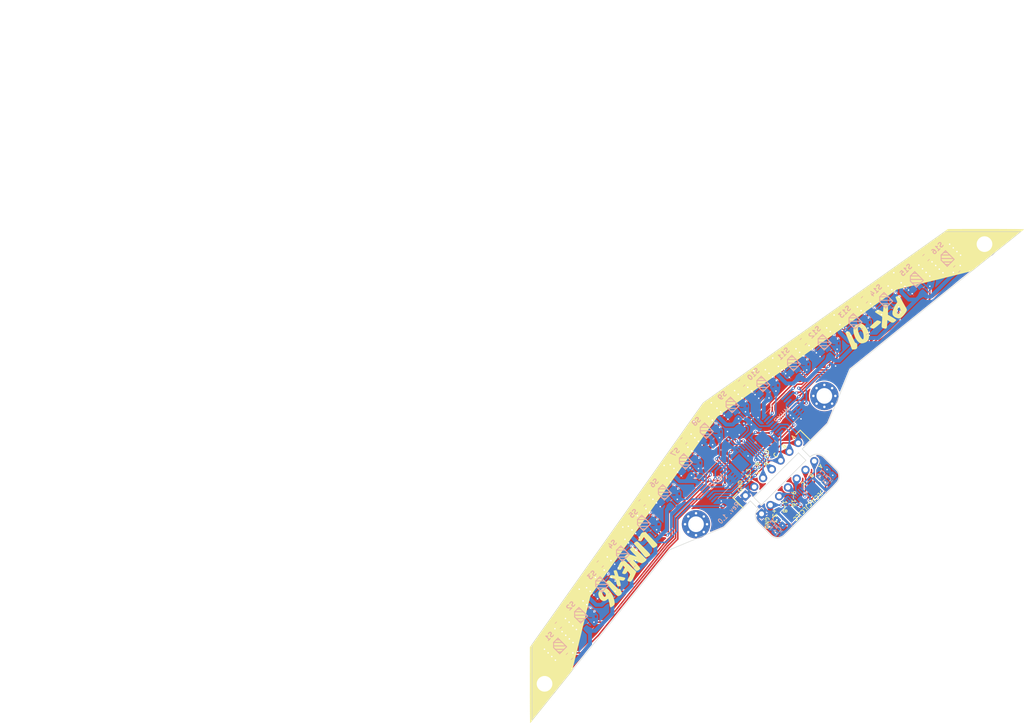
<source format=kicad_pcb>
(kicad_pcb (version 20221018) (generator pcbnew)
  (layers (0 "F.Cu" signal "Front") (31 "B.Cu" signal "Back") (34 "B.Paste" user) (35 "F.Paste" user) (36 "B.SilkS" user "B.Silkscreen") (37 "F.SilkS" user "F.Silkscreen") (38 "B.Mask" user) (39 "F.Mask" user) (44 "Edge.Cuts" user))
  (net 0 "")
  (net 1 "/AUX_CH_A")
  (net 2 "/AUX_CH_B")
  (net 3 "/AUX_CH_C")
  (net 4 "/AUX_OUT1")
  (net 5 "/AUX_OUT2")
  (net 6 "/AUX_3.3_M")
  (net 7 "/AUX_GND_M")
  (net 8 "/GND_M")
  (net 9 "/3.3_M")
  (net 10 "/OUT2")
  (net 11 "/OUT1")
  (net 12 "/CH_C")
  (net 13 "/CH_B")
  (net 14 "/CH_A")
  (net 15 "Net-(R1-Pad1)")
  (net 16 "Net-(R1-Pad2)")
  (net 17 "/S1")
  (net 18 "/S2")
  (net 19 "Net-(R4-Pad1)")
  (net 20 "Net-(R4-Pad2)")
  (net 21 "/S3")
  (net 22 "/S4")
  (net 23 "Net-(R7-Pad1)")
  (net 24 "Net-(R7-Pad2)")
  (net 25 "/S5")
  (net 26 "/S6")
  (net 27 "/S7")
  (net 28 "/S8")
  (net 29 "/S9")
  (net 30 "/S10")
  (net 31 "/S11")
  (net 32 "/S12")
  (net 33 "/S13")
  (net 34 "/S14")
  (net 35 "/S15")
  (net 36 "/S16")
  (net 37 "Net-(R10-Pad2)")
  (net 38 "Net-(R10-Pad1)")
  (net 39 "Net-(R13-Pad1)")
  (net 40 "Net-(R13-Pad2)")
  (net 41 "Net-(R16-Pad2)")
  (net 42 "Net-(R16-Pad1)")
  (net 43 "Net-(R19-Pad2)")
  (net 44 "Net-(R19-Pad1)")
  (net 45 "Net-(R22-Pad1)")
  (net 46 "Net-(R22-Pad2)")
  (footprint "Connector_PinHeader_2.54mm:PinHeader_1x07_P2.54mm_Vertical" (layer "F.Cu") (at 152.410142 101.032694 135)
    (fp_text reference "J8" hide)
    (fp_text value "Conn_01x07_Socket" hide)
  )
  (footprint "LOGO" (layer "F.Cu") (at 143.79051 81.97617 45)
    (fp_text reference "G***" hide)
    (fp_text value "LOGO" hide)
  )
  (footprint "custom_footprints:M3_3.2mm_Pad_Via" (layer "F.Cu") (at 142.295228 106.877668 45)
    (fp_text reference "REF**" hide)
    (fp_text value "M3_3.2mm_Pad_Via" hide)
  )
  (footprint "MountingHole:MountingHole_3.2mm_M3_ISO14580_Pad_TopBottom" (layer "F.Cu") (at 201.271221 49.611888 45)
    (fp_text reference "REF**" hide)
    (fp_text value "MountingHole_3.2mm_M3_ISO14580_Pad_TopBottom" hide)
  )
  (footprint "custom_footprints:M3_3.2mm_Pad_Via" (layer "F.Cu") (at 168.52889 80.644011 45)
    (fp_text reference "REF**" hide)
    (fp_text value "M3_3.2mm_Pad_Via" hide)
  )
  (footprint "MountingHole:MountingHole_3.2mm_M3_ISO14580_Pad_TopBottom" (layer "F.Cu") (at 111.327238 139.499307 45)
    (fp_text reference "REF**" hide)
    (fp_text value "MountingHole_3.2mm_M3_ISO14580_Pad_TopBottom" hide)
  )
  (footprint "Capacitor_SMD:C_0805_2012Metric_Pad1.18x1.45mm_HandSolder" (layer "B.Cu") (at 168.349775 96.431369 45)
    (fp_text reference "C4")
    (fp_text value "0.1uF")
  )
  (footprint "custom_footprints:ITR8307_SMD" (layer "B.Cu") (at 131.387856 106.61177 45)
    (fp_text reference "S5")
    (fp_text value "~")
  )
  (footprint "custom_footprints:MUX_CD4051B" (layer "B.Cu") (at 159.912546 84.564181 -135)
    (fp_text reference "MUX2")
    (fp_text value "CD4051B")
  )
  (footprint "Resistor_SMD:R_0805_2012Metric_Pad1.20x1.40mm_HandSolder" (layer "B.Cu") (at 139.820354 89.836397 45)
    (fp_text reference "R10" hide)
    (fp_text value "45")
  )
  (footprint "custom_footprints:ITR8307_SMD" (layer "B.Cu") (at 122.849548 119.180593 45)
    (fp_text reference "S3")
    (fp_text value "~")
  )
  (footprint "custom_footprints:ITR8307_SMD" (layer "B.Cu") (at 127.092186 112.887342 45)
    (fp_text reference "S4")
    (fp_text value "~")
  )
  (footprint "custom_footprints:ITR8307_SMD" (layer "B.Cu") (at 187.178584 56.831452 45)
    (fp_text reference "S15")
    (fp_text value "~")
  )
  (footprint "Resistor_SMD:R_0805_2012Metric_Pad1.20x1.40mm_HandSolder" (layer "B.Cu") (at 195.611082 54.69319 -135)
    (fp_text reference "R24" hide)
    (fp_text value "10k")
  )
  (footprint "Capacitor_SMD:C_0805_2012Metric_Pad1.18x1.45mm_HandSolder" (layer "B.Cu") (at 169.516499 97.598091 45)
    (fp_text reference "C3")
    (fp_text value "10uF")
  )
  (footprint "Resistor_SMD:R_0805_2012Metric_Pad1.20x1.40mm_HandSolder" (layer "B.Cu") (at 176.731331 67.491822 -135)
    (fp_text reference "R20" hide)
    (fp_text value "10k")
  )
  (footprint "custom_footprints:ITR8307_SMD" (layer "B.Cu") (at 155.800722 78.203755 45)
    (fp_text reference "S10")
    (fp_text value "~")
  )
  (footprint "custom_footprints:ITR8307_SMD" (layer "B.Cu") (at 139.96153 94.042947 45)
    (fp_text reference "S7")
    (fp_text value "~")
  )
  (footprint "custom_footprints:ITR8307_SMD" (layer "B.Cu") (at 114.240518 131.749416 45)
    (fp_text reference "S1")
    (fp_text value "~")
  )
  (footprint "Resistor_SMD:R_0805_2012Metric_Pad1.20x1.40mm_HandSolder" (layer "B.Cu") (at 125.041826 121.302651 -135)
    (fp_text reference "R5" hide)
    (fp_text value "10k")
  )
  (footprint "Resistor_SMD:R_0805_2012Metric_Pad1.20x1.40mm_HandSolder" (layer "B.Cu") (at 122.708372 115.009402 45)
    (fp_text reference "R4" hide)
    (fp_text value "45")
  )
  (footprint "custom_footprints:ITR8307_SMD" (layer "B.Cu") (at 162.058615 73.925757 45)
    (fp_text reference "S11")
    (fp_text value "~")
  )
  (footprint "Resistor_SMD:R_0805_2012Metric_Pad1.20x1.40mm_HandSolder" (layer "B.Cu") (at 170.438079 71.805174 -135)
    (fp_text reference "R18" hide)
    (fp_text value "10k")
  )
  (footprint "Resistor_SMD:R_0805_2012Metric_Pad1.20x1.40mm_HandSolder" (layer "B.Cu") (at 183.02458 63.178473 -135)
    (fp_text reference "R21" hide)
    (fp_text value "10k")
  )
  (footprint "Resistor_SMD:R_0805_2012Metric_Pad1.20x1.40mm_HandSolder" (layer "B.Cu") (at 164.215541 76.047815 -135)
    (fp_text reference "R17" hide)
    (fp_text value "10k")
  )
  (footprint "Resistor_SMD:R_0805_2012Metric_Pad1.20x1.40mm_HandSolder" (layer "B.Cu") (at 120.728474 127.595901 -135)
    (fp_text reference "R3" hide)
    (fp_text value "10k")
  )
  (footprint "custom_footprints:FPC0.5-8P" (layer "B.Cu") (at 153.52737 91.727168 -135)
    (fp_text reference "FLEX_MORRO1" hide)
    (fp_text value "Conn_01x08")
  )
  (footprint "custom_footprints:ITR8307_SMD" (layer "B.Cu") (at 144.221845 87.767375 45)
    (fp_text reference "S8")
    (fp_text value "~")
  )
  (footprint "Resistor_SMD:R_0805_2012Metric_Pad1.20x1.40mm_HandSolder" (layer "B.Cu") (at 137.76975 102.493612 -135)
    (fp_text reference "R9" hide)
    (fp_text value "10k")
  )
  (footprint "custom_footprints:ITR8307_SMD" (layer "B.Cu") (at 193.471831 52.553457 45)
    (fp_text reference "S16")
    (fp_text value "~")
  )
  (footprint "Resistor_SMD:R_0805_2012Metric_Pad1.20x1.40mm_HandSolder" (layer "B.Cu") (at 176.731328 60.986439 45)
    (fp_text reference "R19" hide)
    (fp_text value "45")
  )
  (footprint "custom_footprints:ITR8307_SMD" (layer "B.Cu") (at 174.62744 65.387442 45)
    (fp_text reference "S13")
    (fp_text value "~")
  )
  (footprint "Resistor_SMD:R_0805_2012Metric_Pad1.20x1.40mm_HandSolder" (layer "B.Cu") (at 157.922287 80.361167 -135)
    (fp_text reference "R15" hide)
    (fp_text value "10k")
  )
  (footprint "Resistor_SMD:R_0805_2012Metric_Pad1.20x1.40mm_HandSolder" (layer "B.Cu") (at 189.317831 52.359739 45)
    (fp_text reference "R22" hide)
    (fp_text value "45")
  )
  (footprint "custom_footprints:MUX_CD4051B" (layer "B.Cu") (at 146.392664 98.175984 -135)
    (fp_text reference "MUX1")
    (fp_text value "CD4051B")
  )
  (footprint "Resistor_SMD:R_0805_2012Metric_Pad1.20x1.40mm_HandSolder" (layer "B.Cu") (at 146.396451 89.907109 -135)
    (fp_text reference "R12" hide)
    (fp_text value "10k")
  )
  (footprint "Resistor_SMD:R_0805_2012Metric_Pad1.20x1.40mm_HandSolder" (layer "B.Cu") (at 114.15238 127.52519 45)
    (fp_text reference "R1" hide)
    (fp_text value "45")
  )
  (footprint "custom_footprints:ITR8307_SMD" (layer "B.Cu") (at 149.507468 82.481751 45)
    (fp_text reference "S9")
    (fp_text value "~")
  )
  (footprint "Connector_PinHeader_2.54mm:PinHeader_1x07_P2.54mm_Vertical" (layer "B.Cu") (at 155.699388 104.753278 -45)
    (fp_text reference "J9" hide)
    (fp_text value "Conn_01x08" hide)
  )
  (footprint "Resistor_SMD:R_0805_2012Metric_Pad1.20x1.40mm_HandSolder" (layer "B.Cu") (at 151.69975 84.603809 -135)
    (fp_text reference "R14" hide)
    (fp_text value "10k")
  )
  (footprint "Resistor_SMD:R_0805_2012Metric_Pad1.20x1.40mm_HandSolder" (layer "B.Cu") (at 131.264363 102.493611 45)
    (fp_text reference "R7" hide)
    (fp_text value "45")
  )
  (footprint "custom_footprints:ITR8307_SMD" (layer "B.Cu") (at 118.536191 125.473842 45)
    (fp_text reference "S2")
    (fp_text value "~")
  )
  (footprint "Resistor_SMD:R_0805_2012Metric_Pad1.20x1.40mm_HandSolder" (layer "B.Cu") (at 129.213751 115.0094 -135)
    (fp_text reference "R6" hide)
    (fp_text value "10k")
  )
  (footprint "custom_footprints:ITR8307_SMD" (layer "B.Cu") (at 180.90301 61.091771 45)
    (fp_text reference "S14")
    (fp_text value "~")
  )
  (footprint "custom_footprints:ITR8307_SMD" (layer "B.Cu") (at 168.334191 69.665442 45)
    (fp_text reference "S12")
    (fp_text value "~")
  )
  (footprint "Resistor_SMD:R_0805_2012Metric_Pad1.20x1.40mm_HandSolder" (layer "B.Cu") (at 151.629038 78.027716 45)
    (fp_text reference "R13" hide)
    (fp_text value "45")
  )
  (footprint "Capacitor_SMD:C_0805_2012Metric_Pad1.18x1.45mm_HandSolder" (layer "B.Cu") (at 159.26345 107.851143 -135)
    (fp_text reference "C1")
    (fp_text value "10uF")
  )
  (footprint "Capacitor_SMD:C_0805_2012Metric_Pad1.18x1.45mm_HandSolder" (layer "B.Cu") (at 158.096724 106.684417 -135)
    (fp_text reference "C2")
    (fp_text value "0.1uF")
  )
  (footprint "Resistor_SMD:R_0805_2012Metric_Pad1.20x1.40mm_HandSolder" (layer "B.Cu") (at 142.083098 96.200358 -135)
    (fp_text reference "R11" hide)
    (fp_text value "10k")
  )
  (footprint "Resistor_SMD:R_0805_2012Metric_Pad1.20x1.40mm_HandSolder" (layer "B.Cu") (at 164.215539 69.542435 45)
    (fp_text reference "R16" hide)
    (fp_text value "45")
  )
  (footprint "custom_footprints:ITR8307_SMD" (layer "B.Cu") (at 135.665855 100.353875 45)
    (fp_text reference "S6")
    (fp_text value "~")
  )
  (footprint "Resistor_SMD:R_0805_2012Metric_Pad1.20x1.40mm_HandSolder" (layer "B.Cu") (at 189.388543 58.935832 -135)
    (fp_text reference "R23" hide)
    (fp_text value "10k")
  )
  (footprint "Resistor_SMD:R_0805_2012Metric_Pad1.20x1.40mm_HandSolder" (layer "B.Cu") (at 133.527105 108.716151 -135)
    (fp_text reference "R8" hide)
    (fp_text value "10k")
  )
  (footprint "custom_footprints:FPC0.5-8P" (layer "B.Cu") (at 163.700545 102.035191 -135)
    (fp_text reference "AUX_FLEX1" hide)
    (fp_text value "Conn_01x08")
  )
  (footprint "Resistor_SMD:R_0805_2012Metric_Pad1.20x1.40mm_HandSolder" (layer "B.Cu") (at 116.415124 133.889151 -135)
    (fp_text reference "R2" hide)
    (fp_text value "10k")
  )
  (gr_line (start 163.610717 87.654235) (end 162.712685 88.552262) (stroke (width 0.2)) (layer "F.SilkS"))
  (gr_line (start 149.82213 101.442819) (end 150.720159 100.544793) (stroke (width 0.2)) (layer "F.SilkS"))
  (gr_line (start 151.915167 103.535853) (end 149.82213 101.442819) (stroke (width 0.2)) (layer "F.SilkS"))
  (gr_line (start 165.703749 89.747274) (end 163.610717 87.654235) (stroke (width 0.2)) (layer "F.SilkS"))
  (gr_line (start 158.711814 109.680303) (end 158.972868 109.697418) (stroke (width 0.1)) (layer "Edge.Cuts"))
  (gr_line (start 160.190396 109.284123) (end 161.090983 108.424589) (stroke (width 0.1)) (layer "Edge.Cuts"))
  (gr_line (start 159.490509 109.629264) (end 159.738234 109.545175) (stroke (width 0.1)) (layer "Edge.Cuts"))
  (gr_line (start 164.003406 91.498098) (end 169.227076 86.270053) (stroke (width 0.1)) (layer "Edge.Cuts"))
  (gr_line (start 158.455229 109.629267) (end 158.711814 109.680303) (stroke (width 0.1)) (layer "Edge.Cuts"))
  (gr_line (start 158.207497 109.545172) (end 158.455229 109.629267) (stroke (width 0.1)) (layer "Edge.Cuts"))
  (gr_line (start 167.294938 92.562339) (end 167.033886 92.545229) (stroke (width 0.1)) (layer "Edge.Cuts"))
  (gr_line (start 171.427231 96.325446) (end 171.511323 96.573176) (stroke (width 0.1)) (layer "Edge.Cuts"))
  (gr_line (start 171.166177 95.87329) (end 171.311523 96.090818) (stroke (width 0.1)) (layer "Edge.Cuts"))
  (gr_line (start 154.495434 105.669469) (end 154.444397 105.412884) (stroke (width 0.1)) (layer "Edge.Cuts"))
  (gr_line (start 155.013068 103.737616) (end 153.396805 102.104699) (stroke (width 0.1)) (layer "Edge.Cuts"))
  (gr_line (start 157.97287 109.429471) (end 158.207497 109.545172) (stroke (width 0.1)) (layer "Edge.Cuts"))
  (gr_line (start 153.396805 102.104699) (end 147.99042 107.506712) (stroke (width 0.1)) (layer "Edge.Cuts"))
  (gr_line (start 164.768159 93.809261) (end 155.641869 102.935551) (stroke (width 0.1)) (layer "Edge.Cuts"))
  (gr_line (start 154.495437 104.63419) (end 154.579526 104.386464) (stroke (width 0.1)) (layer "Edge.Cuts"))
  (gr_line (start 166.033883 92.813178) (end 165.816367 92.958523) (stroke (width 0.1)) (layer "Edge.Cuts"))
  (gr_line (start 154.695233 106.151825) (end 154.579529 105.917197) (stroke (width 0.1)) (layer "Edge.Cuts"))
  (gr_line (start 139.994149 87.359308) (end 143.763934 82.043569) (stroke (width 0.1)) (layer "Edge.Cuts"))
  (gr_line (start 136.902445 112.095496) (end 108.78244 146.933967) (stroke (width 0.1)) (layer "Edge.Cuts"))
  (gr_line (start 171.311523 96.090818) (end 171.427231 96.325446) (stroke (width 0.1)) (layer "Edge.Cuts"))
  (gr_line (start 139.364022 88.255278) (end 139.994149 87.359308) (stroke (width 0.1)) (layer "Edge.Cuts"))
  (gr_line (start 173.81586 75.182084) (end 169.227076 86.270053) (stroke (width 0.1)) (layer "Edge.Cuts"))
  (gr_line (start 171.562359 96.829758) (end 171.579472 97.090813) (stroke (width 0.1)) (layer "Edge.Cuts"))
  (gr_line (start 171.579472 97.090813) (end 171.562359 97.351866) (stroke (width 0.1)) (layer "Edge.Cuts"))
  (gr_line (start 154.103911 101.397593) (end 163.226465 92.276792) (stroke (width 0.1)) (layer "Edge.Cuts"))
  (gr_line (start 171.166175 98.308338) (end 170.269237 99.274625) (stroke (width 0.1)) (layer "Edge.Cuts"))
  (gr_line (start 108.782443 131.44306) (end 108.78244 146.933967) (stroke (width 0.1)) (layer "Edge.Cuts"))
  (gr_line (start 171.427229 97.856177) (end 171.311518 98.090813) (stroke (width 0.1)) (layer "Edge.Cuts"))
  (gr_line (start 171.562359 97.351866) (end 171.511319 97.608454) (stroke (width 0.1)) (layer "Edge.Cuts"))
  (gr_line (start 167.551527 92.613375) (end 167.294938 92.562339) (stroke (width 0.1)) (layer "Edge.Cuts"))
  (gr_line (start 154.840575 103.934309) (end 155.013068 103.737616) (stroke (width 0.1)) (layer "Edge.Cuts"))
  (gr_line (start 166.772836 92.56234) (end 166.516247 92.613378) (stroke (width 0.1)) (layer "Edge.Cuts"))
  (gr_line (start 164.768159 93.809261) (end 163.226465 92.276792) (stroke (width 0.1)) (layer "Edge.Cuts"))
  (gr_line (start 136.902445 112.095496) (end 147.99042 107.506712) (stroke (width 0.1)) (layer "Edge.Cuts"))
  (gr_line (start 168.033886 92.813172) (end 167.799252 92.69747) (stroke (width 0.1)) (layer "Edge.Cuts"))
  (gr_line (start 161.974869 107.540703) (end 169.06715 100.448419) (stroke (width 0.1)) (layer "Edge.Cuts"))
  (gr_line (start 157.558652 109.111624) (end 155.01307 106.566045) (stroke (width 0.1)) (layer "Edge.Cuts"))
  (gr_line (start 108.782443 131.44306) (end 139.364022 88.255278) (stroke (width 0.1)) (layer "Edge.Cuts"))
  (gr_line (start 154.444395 104.890781) (end 154.495437 104.63419) (stroke (width 0.1)) (layer "Edge.Cuts"))
  (gr_line (start 154.427283 105.151832) (end 154.444395 104.890781) (stroke (width 0.1)) (layer "Edge.Cuts"))
  (gr_line (start 170.993682 95.676604) (end 171.166177 95.87329) (stroke (width 0.1)) (layer "Edge.Cuts"))
  (gr_line (start 155.641869 102.935551) (end 154.103911 101.397593) (stroke (width 0.1)) (layer "Edge.Cuts"))
  (gr_line (start 154.579529 105.917197) (end 154.495434 105.669469) (stroke (width 0.1)) (layer "Edge.Cuts"))
  (gr_line (start 154.695234 104.151834) (end 154.840575 103.934309) (stroke (width 0.1)) (layer "Edge.Cuts"))
  (gr_line (start 170.993682 95.676604) (end 168.448099 93.131014) (stroke (width 0.1)) (layer "Edge.Cuts"))
  (gr_line (start 157.755344 109.284121) (end 157.97287 109.429471) (stroke (width 0.1)) (layer "Edge.Cuts"))
  (gr_line (start 159.233919 109.680306) (end 159.490509 109.629264) (stroke (width 0.1)) (layer "Edge.Cuts"))
  (gr_line (start 159.972868 109.429468) (end 160.190396 109.284123) (stroke (width 0.1)) (layer "Edge.Cuts"))
  (gr_line (start 193.163424 47.062076) (end 208.65433 47.062074) (stroke (width 0.1)) (layer "Edge.Cuts"))
  (gr_line (start 154.840577 106.369354) (end 154.695233 106.151825) (stroke (width 0.1)) (layer "Edge.Cuts"))
  (gr_line (start 149.970623 77.648677) (end 149.129173 78.235577) (stroke (width 0.1)) (layer "Edge.Cuts"))
  (gr_line (start 155.01307 106.566045) (end 154.840577 106.369354) (stroke (width 0.1)) (layer "Edge.Cuts"))
  (gr_line (start 157.558652 109.111624) (end 157.755344 109.284121) (stroke (width 0.1)) (layer "Edge.Cuts"))
  (gr_line (start 159.738234 109.545175) (end 159.972868 109.429468) (stroke (width 0.1)) (layer "Edge.Cuts"))
  (gr_line (start 169.06715 100.448419) (end 170.269237 99.274625) (stroke (width 0.1)) (layer "Edge.Cuts"))
  (gr_line (start 165.816367 92.958523) (end 165.619671 93.131016) (stroke (width 0.1)) (layer "Edge.Cuts"))
  (gr_line (start 171.511319 97.608454) (end 171.427229 97.856177) (stroke (width 0.1)) (layer "Edge.Cuts"))
  (gr_line (start 167.799252 92.69747) (end 167.551527 92.613375) (stroke (width 0.1)) (layer "Edge.Cuts"))
  (gr_line (start 193.163424 47.062076) (end 149.970623 77.648677) (stroke (width 0.1)) (layer "Edge.Cuts"))
  (gr_line (start 168.251408 92.958521) (end 168.033886 92.813172) (stroke (width 0.1)) (layer "Edge.Cuts"))
  (gr_line (start 171.311518 98.090813) (end 171.166175 98.308338) (stroke (width 0.1)) (layer "Edge.Cuts"))
  (gr_line (start 161.974869 107.540703) (end 161.090983 108.424589) (stroke (width 0.1)) (layer "Edge.Cuts"))
  (gr_line (start 167.033886 92.545229) (end 166.772836 92.56234) (stroke (width 0.1)) (layer "Edge.Cuts"))
  (gr_line (start 165.619671 93.131016) (end 164.003406 91.498098) (stroke (width 0.1)) (layer "Edge.Cuts"))
  (gr_line (start 166.268518 92.69747) (end 166.033883 92.813178) (stroke (width 0.1)) (layer "Edge.Cuts"))
  (gr_line (start 166.516247 92.613378) (end 166.268518 92.69747) (stroke (width 0.1)) (layer "Edge.Cuts"))
  (gr_line (start 154.579526 104.386464) (end 154.695234 104.151834) (stroke (width 0.1)) (layer "Edge.Cuts"))
  (gr_line (start 149.129173 78.235577) (end 143.763934 82.043569) (stroke (width 0.1)) (layer "Edge.Cuts"))
  (gr_line (start 158.972868 109.697418) (end 159.233919 109.680306) (stroke (width 0.1)) (layer "Edge.Cuts"))
  (gr_line (start 171.511323 96.573176) (end 171.562359 96.829758) (stroke (width 0.1)) (layer "Edge.Cuts"))
  (gr_line (start 173.81586 75.182084) (end 208.65433 47.062074) (stroke (width 0.1)) (layer "Edge.Cuts"))
  (gr_line (start 168.448099 93.131014) (end 168.251408 92.958521) (stroke (width 0.1)) (layer "Edge.Cuts"))
  (gr_line (start 154.444397 105.412884) (end 154.427283 105.151832) (stroke (width 0.1)) (layer "Edge.Cuts"))
  (gr_text "Rev. 1.0" (at 151.462868 102.927065 45) (layer "B.SilkS") (effects (font (size 1 0.9) (thickness 0.15) bold) (justify left bottom mirror)))
  (gr_text "+3.3" (at 157.879862 106.699478 -90) (layer "F.SilkS") (effects (font (size 0.8 0.8) (thickness 0.15) bold) (justify right bottom)))
  (gr_text "1-8" (at 155.372921 96.825408 90) (layer "F.SilkS") (effects (font (size 0.8 0.8) (thickness 0.15) bold) (justify left bottom)))
  (gr_text "JLCJLCJLCJLC" (at 167.896737 99.783975 -135) (layer "F.SilkS") (effects (font (size 0.8 0.8) (thickness 0.15) bold) (justify left bottom)))
  (gr_text "1-8" (at 159.994112 101.939236 -90) (layer "F.SilkS") (effects (font (size 0.8 0.8) (thickness 0.15) bold) (justify left bottom)))
  (gr_text "C\n" (at 158.533689 93.452512 45) (layer "F.SilkS") (effects (font (size 0.8 0.8) (thickness 0.15) bold) (justify left bottom)))
  (gr_text "9-16" (at 161.790161 99.963581 -90) (layer "F.SilkS") (effects (font (size 0.8 0.8) (thickness 0.15) bold) (justify left bottom)))
  (gr_text "+3.3" (at 153.541515 98.515396 90) (layer "F.SilkS") (effects (font (size 0.8 0.8) (thickness 0.15) bold) (justify left bottom)))
  (gr_text "B" (at 165.921081 96.191872 -135) (layer "F.SilkS") (effects (font (size 0.8 0.8) (thickness 0.15) bold) (justify left bottom)))
  (gr_text "GND" (at 151.816177 100.410442 90) (layer "F.SilkS") (effects (font (size 0.8 0.8) (thickness 0.15) bold) (justify left bottom)))
  (gr_text "A" (at 167.71713 94.395821 -135) (layer "F.SilkS") (effects (font (size 0.8 0.8) (thickness 0.15) bold) (justify left bottom)))
  (gr_text "B" (at 160.329744 91.670605 45) (layer "F.SilkS") (effects (font (size 0.8 0.8) (thickness 0.15) bold) (justify left bottom)))
  (gr_text "A" (at 162.217712 89.740202 45) (layer "F.SilkS") (effects (font (size 0.8 0.8) (thickness 0.15) bold) (justify left bottom)))
  (gr_text "GND" (at 156.324226 107.936916 -90) (layer "F.SilkS") (effects (font (size 0.8 0.8) (thickness 0.15) bold) (justify right bottom)))
  (gr_text "C\n" (at 164.214833 97.89812 -135) (layer "F.SilkS") (effects (font (size 0.8 0.8) (thickness 0.15) bold) (justify left bottom)))
  (gr_text "9-16" (at 157.204329 95.036432 90) (layer "F.SilkS") (effects (font (size 0.8 0.8) (thickness 0.15) bold) (justify left bottom)))
  (segment (start 166.475694 101.18946) (end 165.613025 102.052129) (width 0.3) (layer "F.Cu") (net 1))
  (segment (start 166.475693 93.976971) (end 166.475694 101.18946) (width 0.3) (layer "F.Cu") (net 1))
  (via (at 165.613025 102.052129) (size 0.6) (drill 0.3) (layers "F.Cu" "B.Cu") (net 1))
  (segment (start 163.983387 99.843161) (end 163.983388 98.73202) (width 0.3) (layer "B.Cu") (net 1))
  (segment (start 166.475696 96.239712) (end 166.475693 93.976971) (width 0.3) (layer "B.Cu") (net 1))
  (segment (start 165.613026 101.345024) (end 164.11116 99.84316) (width 0.3) (layer "B.Cu") (net 1))
  (segment (start 163.983388 98.73202) (end 166.475696 96.239712) (width 0.3) (layer "B.Cu") (net 1))
  (segment (start 165.613025 102.052129) (end 165.613026 101.345024) (width 0.3) (layer "B.Cu") (net 1))
  (segment (start 164.11116 99.84316) (end 163.983387 99.843161) (width 0.3) (layer "B.Cu") (net 1))
  (segment (start 164.679643 95.773022) (end 164.679644 101.005611) (width 0.3) (layer "F.Cu") (net 2))
  (segment (start 164.679644 101.005611) (end 164.552364 101.132891) (width 0.3) (layer "F.Cu") (net 2))
  (via (at 164.552364 101.132891) (size 0.6) (drill 0.3) (layers "F.Cu" "B.Cu") (net 2))
  (segment (start 163.629836 100.210361) (end 163.629838 100.196712) (width 0.3) (layer "B.Cu") (net 2))
  (segment (start 164.552364 101.132891) (end 163.629836 100.210361) (width 0.3) (layer "B.Cu") (net 2))
  (segment (start 162.685354 99.959342) (end 163.276281 100.550266) (width 0.3) (layer "B.Cu") (net 3))
  (segment (start 162.685354 97.767311) (end 162.685354 99.959342) (width 0.3) (layer "B.Cu") (net 3))
  (segment (start 162.883592 97.569072) (end 162.685354 97.767311) (width 0.3) (layer "B.Cu") (net 3))
  (segment (start 161.087541 99.365124) (end 161.384035 99.365124) (width 0.3) (layer "B.Cu") (net 4))
  (segment (start 161.384035 99.365124) (end 162.922727 100.903821) (width 0.3) (layer "B.Cu") (net 4))
  (segment (start 159.796335 100.656334) (end 159.291489 101.161176) (width 0.3) (layer "B.Cu") (net 5))
  (segment (start 162.569173 101.257374) (end 161.968135 100.656333) (width 0.3) (layer "B.Cu") (net 5))
  (segment (start 161.968135 100.656333) (end 159.796335 100.656334) (width 0.3) (layer "B.Cu") (net 5))
  (segment (start 163.562416 103.11279) (end 163.562414 102.971369) (width 0.3) (layer "F.Cu") (net 6))
  (segment (start 168.782876 100.15507) (end 164.693788 104.244161) (width 0.3) (layer "F.Cu") (net 6))
  (segment (start 168.78288 98.331715) (end 168.782876 100.15507) (width 0.3) (layer "F.Cu") (net 6))
  (segment (start 159.997072 107.117516) (end 159.997074 107.117519) (width 0.3) (layer "F.Cu") (net 6))
  (segment (start 158.830352 105.950792) (end 159.997072 107.117516) (width 0.3) (layer "F.Cu") (net 6))
  (segment (start 158.830352 105.950792) (end 157.495439 104.615882) (width 0.3) (layer "F.Cu") (net 6))
  (segment (start 157.495439 104.615882) (end 157.495438 102.957227) (width 0.3) (layer "F.Cu") (net 6))
  (segment (start 159.681379 102.97137) (end 159.667237 102.957228) (width 0.3) (layer "F.Cu") (net 6))
  (segment (start 163.562414 102.971369) (end 159.681379 102.97137) (width 0.3) (layer "F.Cu") (net 6))
  (segment (start 160.183425 106.931167) (end 159.997074 107.117519) (width 0.3) (layer "F.Cu") (net 6))
  (segment (start 164.693788 104.244161) (end 162.006779 106.931168) (width 0.3) (layer "F.Cu") (net 6))
  (segment (start 167.616153 97.164993) (end 167.616149 97.164992) (width 0.3) (layer "F.Cu") (net 6))
  (segment (start 162.006779 106.931168) (end 160.183425 106.931167) (width 0.3) (layer "F.Cu") (net 6))
  (segment (start 164.693788 104.244161) (end 163.562416 103.11279) (width 0.3) (layer "F.Cu") (net 6))
  (segment (start 168.78288 98.331715) (end 167.616153 97.164993) (width 0.3) (layer "F.Cu") (net 6))
  (via (at 158.830352 105.950792) (size 0.6) (drill 0.3) (layers "F.Cu" "B.Cu") (net 6))
  (via (at 167.616149 97.164992) (size 0.6) (drill 0.3) (layers "F.Cu" "B.Cu") (net 6))
  (via (at 159.667237 102.957228) (size 0.6) (drill 0.3) (layers "F.Cu" "B.Cu") (net 6))
  (via (at 163.562414 102.971369) (size 0.6) (drill 0.3) (layers "F.Cu" "B.Cu") (net 6))
  (via (at 168.78288 98.331715) (size 0.6) (drill 0.3) (layers "F.Cu" "B.Cu") (net 6))
  (via (at 168.78288 98.331715) (size 0.6) (drill 0.3) (layers "F.Cu" "B.Cu") (net 6))
  (via (at 168.78288 98.331715) (size 0.6) (drill 0.3) (layers "F.Cu" "B.Cu") (net 6))
  (via (at 159.997074 107.117519) (size 0.6) (drill 0.3) (layers "F.Cu" "B.Cu") (net 6))
  (segment (start 157.495438 102.957227) (end 159.667237 102.957228) (width 0.3) (layer "B.Cu") (net 6))
  (segment (start 163.562414 102.971369) (end 162.215623 101.624575) (width 0.3) (layer "B.Cu") (net 6))
  (segment (start 167.616153 97.164993) (end 167.616149 97.164992) (width 0.3) (layer "B.Cu") (net 6))
  (segment (start 168.78288 98.331715) (end 167.616153 97.164993) (width 0.3) (layer "B.Cu") (net 6))
  (segment (start 162.215623 101.624575) (end 162.21562 101.610927) (width 0.3) (layer "B.Cu") (net 6))
  (via (at 158.529829 108.584767) (size 0.6) (drill 0.3) (layers "F.Cu" "B.Cu") (net 7))
  (via (at 169.0834 95.697747) (size 0.6) (drill 0.3) (layers "F.Cu" "B.Cu") (net 7))
  (via (at 157.363102 107.41804) (size 0.6) (drill 0.3) (layers "F.Cu" "B.Cu") (net 7))
  (via (at 170.250121 96.864467) (size 0.6) (drill 0.3) (layers "F.Cu" "B.Cu") (net 7))
  (via (at 164.814239 102.86604) (size 0.6) (drill 0.3) (layers "F.Cu" "B.Cu") (net 7))
  (segment (start 158.861137 104.753278) (end 155.699388 104.753278) (width 0.3) (layer "B.Cu") (net 7))
  (segment (start 170.250123 98.717712) (end 170.250121 96.864467) (width 0.3) (layer "B.Cu") (net 7))
  (segment (start 169.083398 95.697746) (end 169.0834 95.697747) (width 0.3) (layer "B.Cu") (net 7))
  (segment (start 156.381256 105.435145) (end 156.381254 106.436192) (width 0.3) (layer "B.Cu") (net 7))
  (segment (start 158.529829 108.584767) (end 158.597902 108.516691) (width 0.3) (layer "B.Cu") (net 7))
  (segment (start 165.458016 103.509818) (end 170.250123 98.717712) (width 0.3) (layer "B.Cu") (net 7))
  (segment (start 158.529829 108.584767) (end 157.363102 107.41804) (width 0.3) (layer "B.Cu") (net 7))
  (segment (start 160.451144 108.516688) (end 164.06148 104.906355) (width 0.3) (layer "B.Cu") (net 7))
  (segment (start 170.250121 96.864467) (end 169.0834 95.697747) (width 0.3) (layer "B.Cu") (net 7))
  (segment (start 158.529829 108.584767) (end 156.381254 106.436192) (width 0.3) (layer "B.Cu") (net 7))
  (segment (start 157.363102 107.41804) (end 157.363102 107.41804) (width 0.3) (layer "B.Cu") (net 7))
  (segment (start 160.617808 102.996607) (end 161.649934 101.964481) (width 0.3) (layer "B.Cu") (net 7))
  (segment (start 162.569177 102.671585) (end 161.86207 101.964479) (width 0.3) (layer "B.Cu") (net 7))
  (segment (start 161.296382 102.318031) (end 160.617808 102.996607) (width 0.3) (layer "B.Cu") (net 7))
  (segment (start 161.508514 102.318033) (end 161.296382 102.318031) (width 0.3) (layer "B.Cu") (net 7))
  (segment (start 160.617808 102.996607) (end 158.861137 104.753278) (width 0.3) (layer "B.Cu") (net 7))
  (segment (start 158.597902 108.516691) (end 160.451144 108.516688) (width 0.3) (layer "B.Cu") (net 7))
  (segment (start 162.569175 103.414048) (end 162.569177 102.671585) (width 0.3) (layer "B.Cu") (net 7))
  (segment (start 164.06148 104.906355) (end 162.569175 103.414048) (width 0.3) (layer "B.Cu") (net 7))
  (segment (start 155.699388 104.753278) (end 156.381256 105.435145) (width 0.3) (layer "B.Cu") (net 7))
  (segment (start 164.06148 104.906355) (end 165.458016 103.509818) (width 0.3) (layer "B.Cu") (net 7))
  (segment (start 165.458016 103.509818) (end 164.814239 102.86604) (width 0.3) (layer "B.Cu") (net 7))
  (segment (start 161.649934 101.964481) (end 161.862069 101.964481) (width 0.3) (layer "B.Cu") (net 7))
  (segment (start 142.127258 94.305328) (end 143.277257 94.305326) (width 0.3) (layer "F.Cu") (net 8))
  (segment (start 152.548279 87.149389) (end 154.245333 87.149389) (width 0.3) (layer "F.Cu") (net 8))
  (segment (start 151.134064 88.563604) (end 152.548279 87.149389) (width 0.3) (layer "F.Cu") (net 8))
  (segment (start 158.169775 88.952517) (end 158.45262 88.952512) (width 0.3) (layer "F.Cu") (net 8))
  (segment (start 121.72726 117.905326) (end 123.127255 119.305328) (width 0.3) (layer "F.Cu") (net 8))
  (segment (start 147.457107 101.008684) (end 149.224874 99.240917) (width 0.3) (layer "F.Cu") (net 8))
  (segment (start 147.457108 102.140055) (end 147.457107 101.008684) (width 0.3) (layer "F.Cu") (net 8))
  (segment (start 143.677258 91.705329) (end 143.532418 91.560486) (width 0.3) (layer "F.Cu") (net 8))
  (segment (start 121.727258 117.755324) (end 121.72726 117.905326) (width 0.3) (layer "F.Cu") (net 8))
  (segment (start 130.97726 104.505325) (end 130.327261 105.155328) (width 0.3) (layer "F.Cu") (net 8))
  (segment (start 148.818041 87.83907) (end 148.818039 85.398568) (width 0.3) (layer "F.Cu") (net 8))
  (segment (start 154.987798 85.416981) (end 154.987796 85.063427) (width 0.3) (layer "F.Cu") (net 8))
  (segment (start 162.200284 85.204851) (end 160.644651 86.760484) (width 0.3) (layer "F.Cu") (net 8))
  (segment (start 141.077259 95.355326) (end 142.127258 94.305328) (width 0.3) (layer "F.Cu") (net 8))
  (segment (start 143.532418 91.560486) (end 143.532418 90.684192) (width 0.3) (layer "F.Cu") (net 8))
  (segment (start 154.245333 87.149389) (end 153.608939 86.512998) (width 0.3) (layer "F.Cu") (net 8))
  (segment (start 143.277257 94.305326) (end 143.677258 93.905327) (width 0.3) (layer "F.Cu") (net 8))
  (segment (start 173.938011 71.416514) (end 173.938008 68.304258) (width 0.3) (layer "F.Cu") (net 8))
  (segment (start 131.827255 102.455325) (end 130.977259 103.305326) (width 0.3) (layer "F.Cu") (net 8))
  (segment (start 163.755921 85.34627) (end 162.058863 85.346269) (width 0.3) (layer "F.Cu") (net 8))
  (segment (start 158.45262 88.952512) (end 162.200284 85.204851) (width 0.3) (layer "F.Cu") (net 8))
  (segment (start 123.127255 119.305328) (end 123.127258 121.130269) (width 0.3) (layer "F.Cu") (net 8))
  (segment (start 156.331299 86.760483) (end 154.634241 86.760481) (width 0.3) (layer "F.Cu") (net 8))
  (segment (start 133.242619 103.270689) (end 132.427257 102.455325) (width 0.3) (layer "F.Cu") (net 8))
  (segment (start 160.644651 86.760484) (end 159.230436 86.760481) (width 0.3) (layer "F.Cu") (net 8))
  (segment (start 154.634241 86.760481) (end 154.245333 87.149389) (width 0.3) (layer "F.Cu") (net 8))
  (segment (start 161.599245 84.603811) (end 159.44257 86.760484) (width 0.3) (layer "F.Cu") (net 8))
  (segment (start 170.82699 74.527536) (end 173.938011 71.416514) (width 0.3) (layer "F.Cu") (net 8))
  (segment (start 148.729901 87.927208) (end 148.818041 87.83907) (width 0.3) (layer "F.Cu") (net 8))
  (segment (start 130.977259 103.305326) (end 130.97726 104.505325) (width 0.3) (layer "F.Cu") (net 8))
  (segment (start 132.427257 102.455325) (end 131.827255 102.455325) (width 0.3) (layer "F.Cu") (net 8))
  (segment (start 161.49318 85.911956) (end 162.200284 85.204851) (width 0.3) (layer "F.Cu") (net 8))
  (segment (start 156.331299 86.760483) (end 154.987798 85.416981) (width 0.3) (layer "F.Cu") (net 8))
  (segment (start 159.44257 86.760484) (end 159.230436 86.760481) (width 0.3) (layer "F.Cu") (net 8))
  (segment (start 160.644651 86.760484) (end 161.49318 85.911956) (width 0.3) (layer "F.Cu") (net 8))
  (segment (start 134.976425 103.270689) (end 133.242619 103.270689) (width 0.3) (layer "F.Cu") (net 8))
  (segment (start 123.127258 121.130269) (end 122.160119 122.097406) (width 0.3) (layer "F.Cu") (net 8))
  (segment (start 143.677258 93.905327) (end 143.677258 91.705329) (width 0.3) (layer "F.Cu") (net 8))
  (segment (start 156.331299 86.760483) (end 159.230436 86.760481) (width 0.3) (layer "F.Cu") (net 8))
  (segment (start 162.058863 85.346269) (end 161.49318 85.911956) (width 0.3) (layer "F.Cu") (net 8))
  (via (at 121.727258 117.755324) (size 0.6) (drill 0.3) (layers "F.Cu" "B.Cu") (net 8))
  (via (at 147.457108 102.140055) (size 0.6) (drill 0.3) (layers "F.Cu" "B.Cu") (net 8))
  (via (at 163.755921 85.34627) (size 0.6) (drill 0.3) (layers "F.Cu" "B.Cu") (net 8))
  (via (at 170.82699 74.527536) (size 0.6) (drill 0.3) (layers "F.Cu" "B.Cu") (net 8))
  (via (at 152.937187 92.91231) (size 0.6) (drill 0.3) (layers "F.Cu" "B.Cu") (net 8))
  (via (at 118.427255 120.155327) (size 0.6) (drill 0.3) (layers "F.Cu" "B.Cu") (net 8))
  (via (at 153.608939 86.512998) (size 0.6) (drill 0.3) (layers "F.Cu" "B.Cu") (net 8))
  (via (at 158.169775 88.952517) (size 0.6) (drill 0.3) (layers "F.Cu" "B.Cu") (net 8))
  (via (at 170.527257 64.105329) (size 0.6) (drill 0.3) (layers "F.Cu" "B.Cu") (net 8))
  (via (at 162.200284 85.204851) (size 0.6) (drill 0.3) (layers "F.Cu" "B.Cu") (net 8))
  (via (at 151.134064 88.563604) (size 0.6) (drill 0.3) (layers "F.Cu" "B.Cu") (net 8))
  (via (at 157.977259 72.905327) (size 0.6) (drill 0.3) (layers "F.Cu" "B.Cu") (net 8))
  (via (at 154.987796 85.063427) (size 0.6) (drill 0.3) (layers "F.Cu" "B.Cu") (net 8))
  (via (at 145.427257 82.055329) (size 0.6) (drill 0.3) (layers "F.Cu" "B.Cu") (net 8))
  (via (at 127.327258 107.455325) (size 0.6) (drill 0.3) (layers "F.Cu" "B.Cu") (net 8))
  (via (at 130.327261 105.155328) (size 0.6) (drill 0.3) (layers "F.Cu" "B.Cu") (net 8))
  (via (at 161.599245 84.603811) (size 0.6) (drill 0.3) (layers "F.Cu" "B.Cu") (net 8))
  (via (at 141.077259 95.355326) (size 0.6) (drill 0.3) (layers "F.Cu" "B.Cu") (net 8))
  (via (at 182.727258 55.455325) (size 0.6) (drill 0.3) (layers "F.Cu" "B.Cu") (net 8))
  (via (at 148.729901 87.927208) (size 0.6) (drill 0.3) (layers "F.Cu" "B.Cu") (net 8))
  (via (at 135.777259 94.855327) (size 0.6) (drill 0.3) (layers "F.Cu" "B.Cu") (net 8))
  (via (at 149.224874 99.240917) (size 0.6) (drill 0.3) (layers "F.Cu" "B.Cu") (net 8))
  (segment (start 169.751846 64.880739) (end 170.527257 64.105329) (width 0.3) (layer "B.Cu") (net 8))
  (segment (start 150.025423 98.440367) (end 150.025426 97.760558) (width 0.3) (layer "B.Cu") (net 8))
  (segment (start 144.893455 82.589131) (end 145.427257 82.055329) (width 0.3) (layer "B.Cu") (net 8))
  (segment (start 182.320666 55.861917) (end 182.727258 55.455325) (width 0.3) (layer "B.Cu") (net 8))
  (segment (start 152.124012 92.798685) (end 151.335339 92.010013) (width 0.3) (layer "B.Cu") (net 8))
  (segment (start 161.599245 84.256346) (end 161.599245 84.603811) (width 0.3) (layer "B.Cu") (net 8))
  (segment (start 149.224874 99.240917) (end 153.891779 94.574011) (width 0.3) (layer "B.Cu") (net 8))
  (segment (start 152.410142 101.032694) (end 151.302781 102.140055) (width 0.3) (layer "B.Cu") (net 8))
  (segment (start 119.877258 118.155325) (end 120.277257 117.755327) (width 0.3) (layer "B.Cu") (net 8))
  (segment (start 136.337465 97.433382) (end 135.677257 96.773176) (width 0.3) (layer "B.Cu") (net 8))
  (segment (start 198.793061 52.854711) (end 198.793062 53.773951) (width 0.3) (layer "B.Cu") (net 8))
  (segment (start 152.760409 93.30122) (end 152.760409 93.159799) (width 0.3) (layer "B.Cu") (net 8))
  (segment (start 174.06954 74.527539) (end 170.82699 74.527536) (width 0.3) (layer "B.Cu") (net 8))
  (segment (start 150.497666 91.109189) (end 151.134062 91.10919) (width 0.3) (layer "B.Cu") (net 8))
  (segment (start 176.591864 59.225951) (end 181.91654 55.455326) (width 0.3) (layer "B.Cu") (net 8))
  (segment (start 195.277568 49.99093) (end 196.636385 49.990931) (width 0.3) (layer "B.Cu") (net 8))
  (segment (start 171.712485 64.105328) (end 176.591864 59.225951) (width 0.3) (layer "B.Cu") (net 8))
  (segment (start 149.565805 98.899985) (end 149.565806 97.300939) (width 0.3) (layer "B.Cu") (net 8))
  (segment (start 118.427259 119.605328) (end 119.877258 118.155325) (width 0.3) (layer "B.Cu") (net 8))
  (segment (start 126.977262 108.805325) (end 126.977257 107.805328) (width 0.3) (layer "B.Cu") (net 8))
  (segment (start 154.987798 80.997075) (end 154.365247 80.374527) (width 0.3) (layer "B.Cu") (net 8))
  (segment (start 152.937187 93.477997) (end 152.937187 92.91231) (width 0.3) (layer "B.Cu") (net 8))
  (segment (start 149.012743 96.934762) (end 149.106185 96.84132) (width 0.3) (layer "B.Cu") (net 8))
  (segment (start 150.497666 91.172339) (end 150.497666 91.109189) (width 0.3) (layer "B.Cu") (net 8))
  (segment (start 152.406854 92.381982) (end 152.265432 92.24056) (width 0.3) (layer "B.Cu") (net 8))
  (segment (start 169.751846 67.490994) (end 169.751846 64.880739) (width 0.3) (layer "B.Cu") (net 8))
  (segment (start 163.085689 83.689138) (end 162.200288 84.574544) (width 0.3) (layer "B.Cu") (net 8))
  (segment (start 127.327258 106.755326) (end 129.127257 104.955327) (width 0.3) (layer "B.Cu") (net 8))
  (segment (start 152.406854 92.806245) (end 152.124012 92.806244) (width 0.3) (layer "B.Cu") (net 8))
  (segment (start 151.335339 92.010013) (end 150.497666 91.172339) (width 0.3) (layer "B.Cu") (net 8))
  (segment (start 149.224874 99.240917) (end 149.565805 98.899985) (width 0.3) (layer "B.Cu") (net 8))
  (segment (start 119.207802 122.553349) (end 119.207804 120.935869) (width 0.3) (layer "B.Cu") (net 8))
  (segment (start 163.75592 84.35937) (end 163.755921 85.34627) (width 0.3) (layer "B.Cu") (net 8))
  (segment (start 151.134062 91.10919) (end 152.265432 92.24056) (width 0.3) (layer "B.Cu") (net 8))
  (segment (start 181.91654 55.455326) (end 182.727258 55.455325) (width 0.3) (layer "B.Cu") (net 8))
  (segment (start 152.760409 93.159799) (end 152.406854 92.806245) (width 0.3) (layer "B.Cu") (net 8))
  (segment (start 127.327258 107.455325) (end 127.327258 106.755326) (width 0.3) (layer "B.Cu") (net 8))
  (segment (start 152.124012 92.806244) (end 152.124012 92.798685) (width 0.3) (layer "B.Cu") (net 8))
  (segment (start 152.937187 92.91231) (end 152.265432 92.24056) (width 0.3) (layer "B.Cu") (net 8))
  (segment (start 153.891779 94.574011) (end 153.89178 94.432591) (width 0.3) (layer "B.Cu") (net 8))
  (segment (start 194.510077 58.028873) (end 174.06954 74.527539) (width 0.3) (layer "B.Cu") (net 8))
  (segment (start 159.168272 71.564311) (end 169.701459 64.105325) (width 0.3) (layer "B.Cu") (net 8))
  (segment (start 135.677258 95.505327) (end 135.677258 94.955328) (width 0.3) (layer "B.Cu") (net 8))
  (segment (start 170.527257 64.105329) (end 171.712485 64.105328) (width 0.3) (layer "B.Cu") (net 8))
  (segment (start 127.763793 109.591863) (end 126.977262 108.805325) (width 0.3) (layer "B.Cu") (net 8))
  (segment (start 157.218375 73.664211) (end 157.977259 72.905327) (width 0.3) (layer "B.Cu") (net 8))
  (segment (start 130.127259 104.955327) (end 130.327261 105.155328) (width 0.3) (layer "B.Cu") (net 8))
  (segment (start 182.320665 58.917323) (end 182.320666 55.861917) (width 0.3) (layer "B.Cu") (net 8))
  (segment (start 126.977257 107.805328) (end 127.327258 107.455325) (width 0.3) (layer "B.Cu") (net 8))
  (segment (start 196.636385 49.990931) (end 198.793064 52.147607) (width 0.3) (layer "B.Cu") (net 8))
  (segment (start 135.777259 94.855327) (end 135.777256 94.505324) (width 0.3) (layer "B.Cu") (net 8))
  (segment (start 137.777258 92.505325) (end 140.627257 95.355328) (width 0.3) (layer "B.Cu") (net 8))
  (segment (start 140.627257 95.355328) (end 141.077259 95.355326) (width 0.3) (layer "B.Cu") (net 8))
  (segment (start 194.65558 57.911433) (end 194.510077 58.028873) (width 0.3) (layer "B.Cu") (net 8))
  (segment (start 154.987796 85.063427) (end 154.987798 80.997075) (width 0.3) (layer "B.Cu") (net 8))
  (segment (start 153.89178 94.432591) (end 152.760409 93.30122) (width 0.3) (layer "B.Cu") (net 8))
  (segment (start 151.335339 92.010013) (end 152.237638 92.912311) (width 0.3) (layer "B.Cu") (net 8))
  (segment (start 149.012743 99.028786) (end 149.012743 96.934762) (width 0.3) (layer "B.Cu") (net 8))
  (segment (start 152.406854 92.806245) (end 152.406854 92.381982) (width 0.3) (layer "B.Cu") (net 8))
  (segment (start 198.793064 52.147607) (end 198.793061 52.854711) (width 0.3) (layer "B.Cu") (net 8))
  (segment (start 120.277257 117.755327) (end 121.727258 117.755324) (width 0.3) (layer "B.Cu") (net 8))
  (segment (start 135.677257 96.773176) (end 135.677258 95.505327) (width 0.3) (layer "B.Cu") (net 8))
  (segment (start 118.427255 120.155327) (end 118.427259 119.605328) (width 0.3) (layer "B.Cu") (net 8))
  (segment (start 157.218377 76.029309) (end 157.218375 73.664211) (width 0.3) (layer "B.Cu") (net 8))
  (segment (start 152.237638 92.912311) (end 152.937187 92.91231) (width 0.3) (layer "B.Cu") (net 8))
  (segment (start 198.793062 53.773951) (end 194.65558 57.911433) (width 0.3) (layer "B.Cu") (net 8))
  (segment (start 151.134064 88.563604) (end 149.366296 88.563604) (width 0.3) (layer "B.Cu") (net 8))
  (segment (start 149.366296 88.563604) (end 148.729901 87.927208) (width 0.3) (layer "B.Cu") (net 8))
  (segment (start 162.200288 84.574544) (end 162.200284 85.204851) (width 0.3) (layer "B.Cu") (net 8))
  (segment (start 157.977256 72.755324) (end 159.168272 71.564311) (width 0.3) (layer "B.Cu") (net 8))
  (segment (start 119.207804 120.935869) (end 118.427255 120.155327) (width 0.3) (layer "B.Cu") (net 8))
  (segment (start 149.224874 99.240917) (end 150.025423 98.440367) (width 0.3) (layer "B.Cu") (net 8))
  (segment (start 163.545311 84.148759) (end 163.75592 84.35937) (width 0.3) (layer "B.Cu") (net 8))
  (segment (start 157.977259 72.905327) (end 157.977256 72.755324) (width 0.3) (layer "B.Cu") (net 8))
  (segment (start 135.777256 94.505324) (end 137.777258 92.505325) (width 0.3) (layer "B.Cu") (net 8))
  (segment (start 129.127257 104.955327) (end 130.127259 104.955327) (width 0.3) (layer "B.Cu") (net 8))
  (segment (start 149.962774 97.30094) (end 149.565805 97.300938) (width 0.3) (layer "B.Cu") (net 8))
  (segment (start 144.893457 84.846882) (end 144.893455 82.589131) (width 0.3) (layer "B.Cu") (net 8))
  (segment (start 153.89178 94.432591) (end 152.937187 93.477997) (width 0.3) (layer "B.Cu") (net 8))
  (segment (start 149.224874 99.240917) (end 149.012743 99.028786) (width 0.3) (layer "B.Cu") (net 8))
  (segment (start 162.626071 83.229518) (end 161.599245 84.256346) (width 0.3) (layer "B.Cu") (net 8))
  (segment (start 127.763793 109.966853) (end 127.763793 109.591863) (width 0.3) (layer "B.Cu") (net 8))
  (segment (start 194.88949 50.379007) (end 195.277568 49.99093) (width 0.3) (layer "B.Cu") (net 8))
  (segment (start 151.302781 102.140055) (end 147.457108 102.140055) (width 0.3) (layer "B.Cu") (net 8))
  (segment (start 135.677258 94.955328) (end 135.777259 94.855327) (width 0.3) (layer "B.Cu") (net 8))
  (segment (start 169.701459 64.105325) (end 170.527257 64.105329) (width 0.3) (layer "B.Cu") (net 8))
  (segment (start 137.780011 95.467676) (end 138.335432 94.912255) (width 0.8) (layer "F.Cu") (net 9))
  (segment (start 111.312956 129.091823) (end 119.921982 120.482793) (width 0.8) (layer "F.Cu") (net 9))
  (segment (start 137.033968 95.097659) (end 137.033966 94.721626) (width 0.8) (layer "F.Cu") (net 9))
  (segment (start 149.719849 101.291527) (end 147.66924 103.342135) (width 0.8) (layer "F.Cu") (net 9))
  (segment (start 146.785358 91.56881) (end 146.078252 92.275916) (width 0.8) (layer "F.Cu") (net 9))
  (segment (start 159.131051 74.604437) (end 159.131052 72.577773) (width 0.8) (layer "F.Cu") (net 9))
  (segment (start 111.312957 132.428099) (end 111.312956 129.091823) (width 0.8) (layer "F.Cu") (net 9))
  (segment (start 144.805459 95.104344) (end 144.80546 94.538659) (width 0.8) (layer "F.Cu") (net 9))
  (segment (start 143.002336 96.907464) (end 144.805459 95.104344) (width 0.8) (layer "F.Cu") (net 9))
  (segment (start 173.424494 61.775231) (end 180.329907 56.885221) (width 0.8) (layer "F.Cu") (net 9))
  (segment (start 183.62611 56.88522) (end 184.997065 58.256179) (width 0.8) (layer "F.Cu") (net 9))
  (segment (start 138.335429 90.746121) (end 141.881137 85.886773) (width 0.8) (layer "F.Cu") (net 9))
  (segment (start 120.668031 120.605317) (end 120.668031 115.696296) (width 0.8) (layer "F.Cu") (net 9))
  (segment (start 129.206339 103.638364) (end 130.936203 101.195424) (width 0.8) (layer "F.Cu") (net 9))
  (segment (start 146.579906 83.16043) (end 147.325954 83.906475) (width 0.8) (layer "F.Cu") (net 9))
  (segment (start 144.805461 91.498098) (end 145.689344 90.614216) (width 0.8) (layer "F.Cu") (net 9))
  (segment (start 149.719849 101.291527) (end 147.846014 103.165362) (width 0.8) (layer "F.Cu") (net 9))
  (segment (start 148.182137 93.212585) (end 147.846019 92.876467) (width 0.8) (layer "F.Cu") (net 9))
  (segment (start 141.375991 96.907467) (end 143.002336 96.907464) (width 0.8) (layer "F.Cu") (net 9))
  (segment (start 194.903976 54.410347) (end 194.903973 55.400296) (width 0.8) (layer "F.Cu") (net 9))
  (segment (start 147.846014 103.165362) (end 147.81066 103.165362) (width 0.8) (layer "F.Cu") (net 9))
  (segment (start 183.62611 56.88522) (end 183.626107 56.142271) (width 0.8) (layer "F.Cu") (net 9))
  (segment (start 188.18646 51.581921) (end 192.075548 51.581918) (width 0.8) (layer "F.Cu") (net 9))
  (segment (start 120.668031 115.696296) (end 128.460294 107.904033) (width 0.8) (layer "F.Cu") (net 9))
  (segment (start 148.093507 79.866195) (end 154.113158 75.491372) (width 0.8) (layer "F.Cu") (net 9))
  (segment (start 147.846019 90.50815) (end 146.785358 91.56881) (width 0.8) (layer "F.Cu") (net 9))
  (segment (start 153.997848 84.356321) (end 157.215183 81.138983) (width 0.8) (layer "F.Cu") (net 9))
  (segment (start 146.579907 81.379793) (end 148.093507 79.866195) (width 0.8) (layer "F.Cu") (net 9))
  (segment (start 147.245468 92.275916) (end 146.078252 92.275916) (width 0.8) (layer "F.Cu") (net 9))
  (segment (start 180.329907 56.885221) (end 183.62611 56.88522) (width 0.8) (layer "F.Cu") (net 9))
  (segment (start 130.936203 101.195424) (end 137.033968 95.097659) (width 0.8) (layer "F.Cu") (net 9))
  (segment (start 161.463582 70.245246) (end 168.497218 65.264435) (width 0.8) (layer "F.Cu") (net 9))
  (segment (start 159.131052 72.577773) (end 161.463582 70.245246) (width 0.8) (layer "F.Cu") (net 9))
  (segment (start 192.075548 51.581918) (end 194.903976 54.410347) (width 0.8) (layer "F.Cu") (net 9))
  (segment (start 148.182137 93.212585) (end 146.785358 91.815806) (width 0.8) (layer "F.Cu") (net 9))
  (segment (start 144.80546 94.538659) (end 144.805461 91.498098) (width 0.8) (layer "F.Cu") (net 9))
  (segment (start 154.206194 99.236642) (end 153.998335 99.028786) (width 0.8) (layer "F.Cu") (net 9))
  (segment (start 119.921982 120.482793) (end 119.921986 119.859272) (width 0.8) (layer "F.Cu") (net 9))
  (segment (start 146.785358 91.815806) (end 146.785358 91.56881) (width 0.8) (layer "F.Cu") (net 9))
  (segment (start 147.846019 92.876467) (end 147.846019 90.50815) (width 0.8) (layer "F.Cu") (net 9))
  (segment (start 152.406857 85.947312) (end 153.997848 84.356321) (width 0.8) (layer "F.Cu") (net 9))
  (segment (start 183.626107 56.142271) (end 188.18646 51.581921) (width 0.8) (layer "F.Cu") (net 9))
  (segment (start 170.898192 65.264437) (end 172.44592 66.812168) (width 0.8) (layer "F.Cu") (net 9))
  (segment (start 153.997848 84.356321) (end 152.088659 86.26551) (width 0.8) (layer "F.Cu") (net 9))
  (segment (start 147.846019 92.876467) (end 147.245468 92.275916) (width 0.8) (layer "F.Cu") (net 9))
  (segment (start 151.629041 85.947309) (end 152.406857 85.947312) (width 0.8) (layer "F.Cu") (net 9))
  (segment (start 150.568375 89.836397) (end 150.568378 89.836397) (width 0.3) (layer "F.Cu") (net 9))
  (segment (start 149.543073 88.811095) (end 150.568375 89.836397) (width 0.3) (layer "F.Cu") (net 9))
  (segment (start 158.417752 73.891138) (end 159.8771 75.350486) (width 0.8) (layer "F.Cu") (net 9))
  (segment (start 171.699874 66.06612) (end 171.699875 63.49985) (width 0.8) (layer "F.Cu") (net 9))
  (segment (start 148.376346 89.977817) (end 147.846019 90.50815) (width 0.8) (layer "F.Cu") (net 9))
  (segment (start 149.543073 88.811095) (end 148.906679 89.447489) (width 0.8) (layer "F.Cu") (net 9))
  (segment (start 156.315037 73.891138) (end 158.417752 73.891138) (width 0.8) (layer "F.Cu") (net 9))
  (segment (start 146.078252 92.275916) (end 144.80546 93.548708) (width 0.8) (layer "F.Cu") (net 9))
  (segment (start 138.335432 94.912255) (end 138.335429 90.746121) (width 0.8) (layer "F.Cu") (net 9))
  (segment (start 168.497218 65.264435) (end 170.898192 65.264437) (width 0.8) (layer "F.Cu") (net 9))
  (segment (start 148.906679 89.447489) (end 148.376346 89.977817) (width 0.8) (layer "F.Cu") (net 9))
  (segment (start 151.98259 99.028786) (end 149.719849 101.291527) (width 0.8) (layer "F.Cu") (net 9))
  (segment (start 146.579906 83.16043) (end 146.579907 81.379793) (width 0.8) (layer "F.Cu") (net 9))
  (segment (start 154.113158 75.491372) (end 156.315037 73.891138) (width 0.8) (layer "F.Cu") (net 9))
  (segment (start 150.709802 87.644366) (end 149.543073 88.811095) (width 0.8) (layer "F.Cu") (net 9))
  (segment (start 157.215183 81.138983) (end 157.215183 81.068273) (width 0.8) (layer "F.Cu") (net 9))
  (segment (start 129.206337 108.036499) (end 129.206339 103.638364) (width 0.8) (layer "F.Cu") (net 9))
  (segment (start 154.206194 99.236642) (end 148.182137 93.212585) (width 0.8) (layer "F.Cu") (net 9))
  (segment (start 149.550632 88.811095) (end 149.543073 88.811095) (width 0.3) (layer "F.Cu") (net 9))
  (segment (start 128.460294 107.904033) (end 128.460292 107.290449) (width 0.8) (layer "F.Cu") (net 9))
  (segment (start 144.80546 93.548708) (end 144.80546 94.538659) (width 0.8) (layer "F.Cu") (net 9))
  (segment (start 144.607477 83.160433) (end 141.881137 85.886773) (width 0.8) (layer "F.Cu") (net 9))
  (segment (start 153.998335 99.028786) (end 151.98259 99.028786) (width 0.8) (layer "F.Cu") (net 9))
  (segment (start 152.088659 86.26551) (end 150.709802 87.644366) (width 0.8) (layer "F.Cu") (net 9))
  (segment (start 150.992642 85.310913) (end 151.629041 85.947309) (width 0.8) (layer "F.Cu") (net 9))
  (segment (start 146.579906 83.16043) (end 144.607477 83.160433) (width 0.8) (layer "F.Cu") (net 9))
  (segment (start 171.699875 63.49985) (end 173.424494 61.775231) (width 0.8) (layer "F.Cu") (net 9))
  (via (at 194.903973 55.400296) (size 0.6) (drill 0.3) (layers "F.Cu" "B.Cu") (net 9))
  (via (at 152.088659 86.26551) (size 0.6) (drill 0.3) (layers "F.Cu" "B.Cu") (net 9))
  (via (at 157.215183 81.068273) (size 0.6) (drill 0.3) (layers "F.Cu" "B.Cu") (net 9))
  (via (at 141.881137 85.886773) (size 0.6) (drill 0.3) (layers "F.Cu" "B.Cu") (net 9))
  (via (at 145.689344 90.614216) (size 0.6) (drill 0.3) (layers "F.Cu" "B.Cu") (net 9))
  (via (at 154.113158 75.491372) (size 0.6) (drill 0.3) (layers "F.Cu" "B.Cu") (net 9))
  (via (at 141.375991 96.907467) (size 0.6) (drill 0.3) (layers "F.Cu" "B.Cu") (net 9))
  (via (at 150.568378 89.836397) (size 0.6) (drill 0.3) (layers "F.Cu" "B.Cu") (net 9))
  (via (at 148.906679 89.447489) (size 0.6) (drill 0.3) (layers "F.Cu" "B.Cu") (net 9))
  (via (at 147.81066 103.165362) (size 0.6) (drill 0.3) (layers "F.Cu" "B.Cu") (net 9))
  (via (at 150.992642 85.310913) (size 0.6) (drill 0.3) (layers "F.Cu" "B.Cu") (net 9))
  (segment (start 115.708015 134.596257) (end 116.485829 135.374074) (width 0.8) (layer "B.Cu") (net 9))
  (segment (start 187.373286 60.951086) (end 185.817653 60.951087) (width 0.8) (layer "B.Cu") (net 9))
  (segment (start 131.441138 110.802114) (end 130.45119 110.802113) (width 0.8) (layer "B.Cu") (net 9))
  (segment (start 150.568378 89.836397) (end 152.034885 91.302905) (width 0.3) (layer "B.Cu") (net 9))
  (segment (start 130.415837 116.317548) (end 133.986723 112.746659) (width 0.8) (layer "B.Cu") (net 9))
  (segment (start 115.708015 134.596257) (end 114.258446 136.045826) (width 0.8) (layer "B.Cu") (net 9))
  (segment (start 146.679293 83.778051) (end 146.679292 84.745231) (width 0.8) (layer "B.Cu") (net 9))
  (segment (start 182.317473 63.885579) (end 183.201355 64.769461) (width 0.8) (layer "B.Cu") (net 9))
  (segment (start 136.956574 95.516027) (end 137.877686 94.594915) (width 0.8) (layer "B.Cu") (net 9))
  (segment (start 183.554907 64.769463) (end 184.54486 63.779512) (width 0.8) (layer "B.Cu") (net 9))
  (segment (start 136.320177 107.973686) (end 136.320179 103.94318) (width 0.8) (layer "B.Cu") (net 9))
  (segment (start 133.986723 110.589981) (end 136.108047 110.589981) (width 0.3) (layer "B.Cu") (net 9))
  (segment (start 142.242689 98.074191) (end 142.653838 98.485341) (width 0.8) (layer "B.Cu") (net 9))
  (segment (start 113.056363 136.045826) (end 111.288597 134.27806) (width 0.8) (layer "B.Cu") (net 9))
  (segment (start 136.320179 103.94318) (end 137.062637 103.200716) (width 0.8) (layer "B.Cu") (net 9))
  (segment (start 140.209262 98.074189) (end 142.242689 98.074191) (width 0.8) (layer "B.Cu") (net 9))
  (segment (start 124.334717 122.009759) (end 122.991212 123.353262) (width 0.8) (layer "B.Cu") (net 9))
  (segment (start 111.288599 133.169459) (end 112.156675 132.301385) (width 0.8) (layer "B.Cu") (net 9))
  (segment (start 129.107687 119.428818) (end 129.107688 116.317549) (width 0.8) (layer "B.Cu") (net 9))
  (segment (start 169.730973 72.512283) (end 170.650212 73.431521) (width 0.8) (layer "B.Cu") (net 9))
  (segment (start 149.790561 86.512998) (end 150.992642 85.310913) (width 0.8) (layer "B.Cu") (net 9))
  (segment (start 141.375991 96.907467) (end 140.209262 98.074189) (width 0.8) (layer "B.Cu") (net 9))
  (segment (start 128.577357 107.890391) (end 129.304011 107.163737) (width 0.8) (layer "B.Cu") (net 9))
  (segment (start 171.569452 73.431521) (end 176.024222 68.976747) (width 0.8) (layer "B.Cu") (net 9))
  (segment (start 173.549349 69.542434) (end 171.604804 67.597892) (width 0.8) (layer "B.Cu") (net 9))
  (segment (start 130.45119 110.802113) (end 128.577357 108.928281) (width 0.8) (layer "B.Cu") (net 9))
  (segment (start 151.275484 89.412133) (end 152.901829 87.785787) (width 0.3) (layer "B.Cu") (net 9))
  (segment (start 145.689341 89.553555) (end 142.022559 85.886768) (width 0.8) (layer "B.Cu") (net 9))
  (segment (start 138.476852 105.675594) (end 140.987084 103.165361) (width 0.3) (layer "B.Cu") (net 9))
  (segment (start 185.817653 60.951087) (end 184.262018 59.39545) (width 0.8) (layer "B.Cu") (net 9))
  (segment (start 194.903974 55.753849) (end 194.903973 55.400296) (width 0.8) (layer "B.Cu") (net 9))
  (segment (start 124.334717 122.009759) (end 124.900403 122.575443) (width 0.8) (layer "B.Cu") (net 9))
  (segment (start 124.900403 122.575443) (end 125.961065 122.575442) (width 0.8) (layer "B.Cu") (net 9))
  (segment (start 189.388543 60.350045) (end 190.307781 60.350045) (width 0.8) (layer "B.Cu") (net 9))
  (segment (start 184.54486 63.779512) (end 187.373286 60.951086) (width 0.8) (layer "B.Cu") (net 9))
  (segment (start 152.901829 87.785787) (end 152.972541 87.149392) (width 0.3) (layer "B.Cu") (net 9))
  (segment (start 147.423625 83.033715) (end 146.679293 83.778051) (width 0.8) (layer "B.Cu") (net 9))
  (segment (start 169.730973 72.72441) (end 169.730973 72.512283) (width 0.8) (layer "B.Cu") (net 9))
  (segment (start 176.024223 68.19893) (end 176.625263 68.79997) (width 0.8) (layer "B.Cu") (net 9))
  (segment (start 152.042448 91.302904) (end 151.487618 90.748074) (width 0.3) (layer "B.Cu") (net 9))
  (segment (start 184.262016 58.216143) (end 185.094739 57.383421) (width 0.8) (layer "B.Cu") (net 9))
  (segment (start 171.604804 67.597892) (end 171.604804 66.878197) (width 0.8) (layer "B.Cu") (net 9))
  (segment (start 138.936473 98.074192) (end 136.956573 96.094295) (width 0.8) (layer "B.Cu") (net 9))
  (segment (start 133.986723 110.589981) (end 133.986726 110.307142) (width 0.8) (layer "B.Cu") (net 9))
  (segment (start 120.374919 128.65656) (end 121.683068 128.65656) (width 0.8) (layer "B.Cu") (net 9))
  (segment (start 156.173718 82.109736) (end 156.173719 84.873543) (width 0.8) (layer "B.Cu") (net 9))
  (segment (start 138.476852 108.221177) (end 138.476852 105.675594) (width 0.3) (layer "B.Cu") (net 9))
  (segment (start 188.681434 59.642939) (end 187.373286 60.951086) (width 0.8) (layer "B.Cu") (net 9))
  (segment (start 152.034885 91.302905) (end 152.042448 91.302904) (width 0.3) (layer "B.Cu") (net 9))
  (segment (start 170.650212 73.431521) (end 171.569452 73.431521) (width 0.8) (layer "B.Cu") (net 9))
  (segment (start 174.680719 69.542433) (end 173.549349 69.542434) (width 0.8) (layer "B.Cu") (net 9))
  (segment (start 176.625263 68.79997) (end 179.524402 68.799971) (width 0.8) (layer "B.Cu") (net 9))
  (segment (start 151.283046 90.543503) (end 151.275486 90.535942) (width 0.3) (layer "B.Cu") (net 9))
  (segment (start 117.123971 135.374076) (end 118.25447 134.243577) (width 0.8) (layer "B.Cu") (net 9))
  (segment (start 121.859844 123.35326) (end 120.127433 121.620849) (width 0.8) (layer "B.Cu") (net 9))
  (segment (start 157.215183 81.068273) (end 157.215181 80.007613) (width 0.8) (layer "B.Cu") (net 9))
  (segment (start 165.064067 77.391319) (end 169.730973 72.72441) (width 0.8) (layer "B.Cu") (net 9))
  (segment (start 157.215181 80.007613) (end 154.113153 76.905587) (width 0.8) (layer "B.Cu") (net 9))
  (segment (start 157.215183 81.068273) (end 156.173718 82.109736) (width 0.8) (layer "B.Cu") (net 9))
  (segment (start 129.107688 116.317549) (end 128.506647 115.716503) (width 0.8) (layer "B.Cu") (net 9))
  (segment (start 152.042448 91.302904) (end 151.283046 90.543503) (width 0.3) (layer "B.Cu") (net 9))
  (segment (start 146.679292 84.745231) (end 148.447056 86.512998) (width 0.8) (layer "B.Cu") (net 9))
  (segment (start 120.622406 128.904048) (end 120.021366 128.303005) (width 0.8) (layer "B.Cu") (net 9))
  (segment (start 152.972541 87.149392) (end 152.088659 86.26551) (width 0.3) (layer "B.Cu") (net 9))
  (segment (start 154.113153 76.905587) (end 154.113158 75.491372) (width 0.8) (layer "B.Cu") (net 9))
  (segment (start 171.604804 66.878197) (end 172.543592 65.93941) (width 0.8) (layer "B.Cu") (net 9))
  (segment (start 188.681434 59.642939) (end 189.388543 60.350045) (width 0.8) (layer "B.Cu") (net 9))
  (segment (start 120.622407 131.309889) (end 120.622406 128.904048) (width 0.8) (layer "B.Cu") (net 9))
  (segment (start 160.750717 78.098423) (end 159.05366 76.401369) (width 0.8) (layer "B.Cu") (net 9))
  (segment (start 151.283046 90.543503) (end 150.002692 90.543503) (width 0.3) (layer "B.Cu") (net 9))
  (segment (start 120.021366 128.303005) (end 120.374919 128.65656) (width 0.8) (layer "B.Cu") (net 9))
  (segment (start 132.819997 109.423255) (end 133.986723 110.589981) (width 0.8) (layer "B.Cu") (net 9))
  (segment (start 184.262018 59.39545) (end 184.262016 58.216143) (width 0.8) (layer "B.Cu") (net 9))
  (segment (start 140.987084 103.165361) (end 147.81066 103.165362) (width 0.3) (layer "B.Cu") (net 9))
  (segment (start 150.002692 90.543503) (end 148.906679 89.447489) (width 0.3) (layer "B.Cu") (net 9))
  (segment (start 163.508432 76.754921) (end 162.164933 78.098425) (width 0.8) (layer "B.Cu") (net 9))
  (segment (start 140.209262 98.074189) (end 138.936473 98.074192) (width 0.8) (layer "B.Cu") (net 9))
  (segment (start 125.183244 122.858284) (end 124.334717 122.009759) (width 0.8) (layer "B.Cu") (net 9))
  (segment (start 136.956573 96.094295) (end 136.956574 95.516027) (width 0.8) (layer "B.Cu") (net 9))
  (segment (start 176.024222 68.976747) (end 176.024223 68.19893) (width 0.8) (layer "B.Cu") (net 9))
  (segment (start 136.108047 110.589981) (end 138.476852 108.221177) (width 0.3) (layer "B.Cu") (net 9))
  (segment (start 121.683068 128.65656) (end 125.183245 125.15638) (width 0.8) (layer "B.Cu") (net 9))
  (segment (start 125.183245 125.15638) (end 125.183244 122.858284) (width 0.8) (layer "B.Cu") (net 9))
  (segment (start 176.024223 68.19893) (end 174.680719 69.542433) (width 0.8) (layer "B.Cu") (net 9))
  (segment (start 129.107688 116.317549) (end 130.415837 116.317548) (width 0.8) (layer "B.Cu") (net 9))
  (segment (start 122.991212 123.353262) (end 121.859844 123.35326) (width 0.8) (layer "B.Cu") (net 9))
  (segment (start 120.127433 120.370832) (end 120.765703 119.73256) (width 0.8) (layer "B.Cu") (net 9))
  (segment (start 163.508432 76.754921) (end 164.144829 77.391318) (width 0.8) (layer "B.Cu") (net 9))
  (segment (start 118.25447 134.243577) (end 120.622407 131.309889) (width 0.8) (layer "B.Cu") (net 9))
  (segment (start 190.307781 60.350045) (end 194.903974 55.753849) (width 0.8) (layer "B.Cu") (net 9))
  (segment (start 111.288597 134.27806) (end 111.288599 133.169459) (width 0.8) (layer "B.Cu") (net 9))
  (segment (start 151.275486 90.535942) (end 151.275484 89.412133) (width 0.3) (layer "B.Cu") (net 9))
  (segment (start 162.164933 78.098425) (end 160.750717 78.098423) (width 0.8) (layer "B.Cu") (net 9))
  (segment (start 114.258446 136.045826) (end 113.056363 136.045826) (width 0.8) (layer "B.Cu") (net 9))
  (segment (start 159.05366 75.398837) (end 159.974772 74.477726) (width 0.8) (layer "B.Cu") (net 9))
  (segment (start 179.524402 68.799971) (end 184.54486 63.779512) (width 0.8) (layer "B.Cu") (net 9))
  (segment (start 147.81066 103.165362) (end 148.128859 103.165363) (width 0.3) (layer "B.Cu") (net 9))
  (segment (start 125.961065 122.575442) (end 129.107687 119.428818) (width 0.8) (layer "B.Cu") (net 9))
  (segment (start 183.201355 64.769461) (end 183.554907 64.769463) (width 0.8) (layer "B.Cu") (net 9))
  (segment (start 133.986726 110.307142) (end 136.320177 107.973686) (width 0.8) (layer "B.Cu") (net 9))
  (segment (start 164.144829 77.391318) (end 165.064067 77.391319) (width 0.8) (layer "B.Cu") (net 9))
  (segment (start 120.127433 121.620849) (end 120.127433 120.370832) (width 0.8) (layer "B.Cu") (net 9))
  (segment (start 132.819997 109.423255) (end 131.441138 110.802114) (width 0.8) (layer "B.Cu") (net 9))
  (segment (start 148.447056 86.512998) (end 149.790561 86.512998) (width 0.8) (layer "B.Cu") (net 9))
  (segment (start 116.485829 135.374074) (end 117.123971 135.374076) (width 0.8) (layer "B.Cu") (net 9))
  (segment (start 159.05366 76.401369) (end 159.05366 75.398837) (width 0.8) (layer "B.Cu") (net 9))
  (segment (start 142.022559 85.886768) (end 141.881137 85.886773) (width 0.8) (layer "B.Cu") (net 9))
  (segment (start 128.577357 108.928281) (end 128.577357 107.890391) (width 0.8) (layer "B.Cu") (net 9))
  (segment (start 145.689344 90.614216) (end 145.689341 89.553555) (width 0.8) (layer "B.Cu") (net 9))
  (segment (start 133.986723 112.746659) (end 133.986723 110.589981) (width 0.8) (layer "B.Cu") (net 9))
  (segment (start 162.306354 86.583708) (end 158.134426 90.755635) (width 0.3) (layer "F.Cu") (net 10))
  (segment (start 156.861629 90.755635) (end 154.457466 93.159799) (width 0.3) (layer "F.Cu") (net 10))
  (segment (start 154.457466 93.159799) (end 154.457464 93.725484) (width 0.3) (layer "F.Cu") (net 10))
  (segment (start 158.134426 90.755635) (end 156.861629 90.755635) (width 0.3) (layer "F.Cu") (net 10))
  (via (at 162.306354 86.583708) (size 0.6) (drill 0.3) (layers "F.Cu" "B.Cu") (net 10))
  (via (at 154.457464 93.725484) (size 0.6) (drill 0.3) (layers "F.Cu" "B.Cu") (net 10))
  (segment (start 154.457464 93.010817) (end 154.107692 92.661044) (width 0.3) (layer "B.Cu") (net 10))
  (segment (start 154.107692 92.661044) (end 152.396 90.949352) (width 0.3) (layer "B.Cu") (net 10))
  (segment (start 156.002246 94.555598) (end 155.451194 94.004546) (width 0.3) (layer "B.Cu") (net 10))
  (segment (start 160.785341 85.062695) (end 162.306354 86.583708) (width 0.3) (layer "B.Cu") (net 10))
  (segment (start 160.78534 82.312536) (end 160.785341 85.062695) (width 0.3) (layer "B.Cu") (net 10))
  (segment (start 161.247209 81.850659) (end 160.78534 82.312536) (width 0.3) (layer "B.Cu") (net 10))
  (segment (start 155.172131 93.725484) (end 155.451194 94.004546) (width 0.3) (layer "B.Cu") (net 10))
  (segment (start 155.451194 94.004546) (end 154.107692 92.661044) (width 0.3) (layer "B.Cu") (net 10))
  (segment (start 156.002245 97.440592) (end 156.002246 94.555598) (width 0.3) (layer "B.Cu") (net 10))
  (segment (start 154.457464 93.725484) (end 155.172131 93.725484) (width 0.3) (layer "B.Cu") (net 10))
  (segment (start 154.457464 93.725484) (end 154.457464 93.010817) (width 0.3) (layer "B.Cu") (net 10))
  (segment (start 151.98259 89.836397) (end 151.558326 89.836397) (width 0.3) (layer "F.Cu") (net 11))
  (segment (start 151.558326 89.836397) (end 149.366295 92.028428) (width 0.3) (layer "F.Cu") (net 11))
  (segment (start 157.798291 95.644537) (end 157.798298 95.644539) (width 0.3) (layer "F.Cu") (net 11))
  (via (at 151.98259 89.836397) (size 0.6) (drill 0.3) (layers "F.Cu" "B.Cu") (net 11))
  (via (at 149.366295 92.028428) (size 0.6) (drill 0.3) (layers "F.Cu" "B.Cu") (net 11))
  (segment (start 148.920324 94.269465) (end 147.727327 95.46246) (width 0.3) (layer "B.Cu") (net 11))
  (segment (start 148.920325 92.40369) (end 149.295587 92.028428) (width 0.3) (layer "B.Cu") (net 11))
  (segment (start 149.295587 92.028428) (end 149.366295 92.028428) (width 0.3) (layer "B.Cu") (net 11))
  (segment (start 151.98259 89.836397) (end 152.741993 90.595798) (width 0.3) (layer "B.Cu") (net 11))
  (segment (start 152.741993 90.595798) (end 152.749552 90.595798) (width 0.3) (layer "B.Cu") (net 11))
  (segment (start 157.798295 95.644541) (end 152.749552 90.595798) (width 0.3) (layer "B.Cu") (net 11))
  (segment (start 148.920325 92.40369) (end 148.920324 94.269465) (width 0.3) (layer "B.Cu") (net 11))
  (segment (start 157.445728 93.848489) (end 159.594347 93.848489) (width 0.3) (layer "F.Cu") (net 12))
  (segment (start 154.386753 96.907464) (end 157.445728 93.848489) (width 0.3) (layer "F.Cu") (net 12))
  (via (at 154.386753 96.907464) (size 0.6) (drill 0.3) (layers "F.Cu" "B.Cu") (net 12))
  (segment (start 156.709352 93.848489) (end 153.103107 90.242245) (width 0.3) (layer "B.Cu") (net 12))
  (segment (start 146.565166 101.220818) (end 149.295587 101.220817) (width 0.3) (layer "B.Cu") (net 12))
  (segment (start 159.594347 93.848489) (end 156.709352 93.848489) (width 0.3) (layer "B.Cu") (net 12))
  (segment (start 145.977239 101.808745) (end 146.565166 101.220818) (width 0.3) (layer "B.Cu") (net 12))
  (segment (start 149.295587 101.220817) (end 150.073401 101.220817) (width 0.3) (layer "B.Cu") (net 12))
  (segment (start 159.497122 88.196941) (end 159.594349 88.294171) (width 0.3) (layer "B.Cu") (net 12))
  (segment (start 159.594349 88.294171) (end 159.594349 93.848492) (width 0.3) (layer "B.Cu") (net 12))
  (segment (start 150.073401 101.220817) (end 154.386753 96.907464) (width 0.3) (layer "B.Cu") (net 12))
  (segment (start 156.932339 93.514058) (end 156.932339 93.089089) (width 0.3) (layer "F.Cu") (net 13))
  (segment (start 156.932339 93.089089) (end 157.968987 92.052438) (width 0.3) (layer "F.Cu") (net 13))
  (segment (start 155.306346 95.14005) (end 156.932339 93.514058) (width 0.3) (layer "F.Cu") (net 13))
  (segment (start 157.968987 92.052438) (end 161.390399 92.052438) (width 0.3) (layer "F.Cu") (net 13))
  (via (at 156.932339 93.089089) (size 0.6) (drill 0.3) (layers "F.Cu" "B.Cu") (net 13))
  (via (at 155.306346 95.14005) (size 0.6) (drill 0.3) (layers "F.Cu" "B.Cu") (net 13))
  (segment (start 156.932339 93.089089) (end 156.657057 93.089088) (width 0.3) (layer "B.Cu") (net 13))
  (segment (start 145.517618 101.349127) (end 146.211613 100.655133) (width 0.3) (layer "B.Cu") (net 13))
  (segment (start 156.657057 93.089088) (end 153.456661 89.888691) (width 0.3) (layer "B.Cu") (net 13))
  (segment (start 154.386753 96.058936) (end 155.30564 95.140051) (width 0.3) (layer "B.Cu") (net 13))
  (segment (start 149.083455 100.655133) (end 149.083459 100.65513) (width 0.3) (layer "B.Cu") (net 13))
  (segment (start 155.30564 95.140051) (end 155.306346 95.14005) (width 0.3) (layer "B.Cu") (net 13))
  (segment (start 161.3904 87.930495) (end 161.390402 92.052439) (width 0.3) (layer "B.Cu") (net 13))
  (segment (start 149.083459 100.65513) (end 149.790561 100.65513) (width 0.3) (layer "B.Cu") (net 13))
  (segment (start 149.790561 100.65513) (end 154.386753 96.058936) (width 0.3) (layer "B.Cu") (net 13))
  (segment (start 146.211613 100.655133) (end 149.083455 100.655133) (width 0.3) (layer "B.Cu") (net 13))
  (segment (start 159.037499 87.737325) (end 159.731497 87.043327) (width 0.3) (layer "B.Cu") (net 13))
  (segment (start 159.731497 87.043327) (end 160.503231 87.043328) (width 0.3) (layer "B.Cu") (net 13))
  (segment (start 160.503231 87.043328) (end 161.3904 87.930495) (width 0.3) (layer "B.Cu") (net 13))
  (segment (start 163.186451 90.256386) (end 160.047881 90.256388) (width 0.3) (layer "F.Cu") (net 14))
  (segment (start 154.457463 88.06863) (end 154.598885 88.210052) (width 0.3) (layer "F.Cu") (net 14))
  (segment (start 158.841528 91.462742) (end 157.427313 91.462742) (width 0.3) (layer "F.Cu") (net 14))
  (segment (start 156.083811 93.513352) (end 156.08381 92.947667) (width 0.3) (layer "F.Cu") (net 14))
  (segment (start 160.047881 90.256388) (end 158.841528 91.462742) (width 0.3) (layer "F.Cu") (net 14))
  (segment (start 154.386753 95.210408) (end 156.083811 93.513352) (width 0.3) (layer "F.Cu") (net 14))
  (segment (start 156.08381 92.806244) (end 156.652922 92.237132) (width 0.3) (layer "F.Cu") (net 14))
  (segment (start 156.08381 92.947667) (end 156.08381 92.806244) (width 0.3) (layer "F.Cu") (net 14))
  (segment (start 157.427313 91.462742) (end 156.652922 92.237132) (width 0.3) (layer "F.Cu") (net 14))
  (segment (start 154.598885 88.210052) (end 157.568735 88.21005) (width 0.3) (layer "F.Cu") (net 14))
  (via (at 154.457463 88.06863) (size 0.6) (drill 0.3) (layers "F.Cu" "B.Cu") (net 14))
  (via (at 157.568735 88.21005) (size 0.6) (drill 0.3) (layers "F.Cu" "B.Cu") (net 14))
  (via (at 156.652922 92.237132) (size 0.6) (drill 0.3) (layers "F.Cu" "B.Cu") (net 14))
  (via (at 154.386753 95.210408) (size 0.6) (drill 0.3) (layers "F.Cu" "B.Cu") (net 14))
  (segment (start 156.652922 92.237132) (end 156.51221 92.237132) (width 0.3) (layer "B.Cu") (net 14))
  (segment (start 157.568735 88.21005) (end 158.501083 87.277703) (width 0.3) (layer "B.Cu") (net 14))
  (segment (start 145.702989 100.244516) (end 145.858061 100.089444) (width 0.3) (layer "B.Cu") (net 14))
  (segment (start 145.057999 100.889506) (end 145.702989 100.244516) (width 0.3) (layer "B.Cu") (net 14))
  (segment (start 160.998204 86.477643) (end 163.186449 88.665888) (width 0.3) (layer "B.Cu") (net 14))
  (segment (start 149.507718 100.089445) (end 154.386753 95.210408) (width 0.3) (layer "B.Cu") (net 14))
  (segment (start 153.679647 88.987869) (end 153.679648 88.846446) (width 0.3) (layer "B.Cu") (net 14))
  (segment (start 153.679648 88.846446) (end 154.457463 88.06863) (width 0.3) (layer "B.Cu") (net 14))
  (segment (start 145.858061 100.089444) (end 149.507718 100.089445) (width 0.3) (layer "B.Cu") (net 14))
  (segment (start 158.501083 87.277703) (end 158.577883 87.277703) (width 0.3) (layer "B.Cu") (net 14))
  (segment (start 153.679647 89.404572) (end 153.679647 88.987869) (width 0.3) (layer "B.Cu") (net 14))
  (segment (start 159.377945 86.47764) (end 160.998204 86.477643) (width 0.3) (layer "B.Cu") (net 14))
  (segment (start 163.186449 88.665888) (end 163.186453 90.256388) (width 0.3) (layer "B.Cu") (net 14))
  (segment (start 153.810212 89.535139) (end 153.679647 89.404572) (width 0.3) (layer "B.Cu") (net 14))
  (segment (start 156.51221 92.237132) (end 153.810212 89.535139) (width 0.3) (layer "B.Cu") (net 14))
  (segment (start 158.577883 87.277705) (end 159.377945 86.47764) (width 0.3) (layer "B.Cu") (net 14))
  (via (at 113.445276 128.232298) (size 0.6) (drill 0.3) (layers "F.Cu" "B.Cu") (net 15))
  (segment (start 115.658176 129.57497) (end 113.727284 129.574967) (width 0.3) (layer "B.Cu") (net 15))
  (segment (start 114.315502 128.232294) (end 113.445276 128.232298) (width 0.3) (layer "B.Cu") (net 15))
  (segment (start 114.912131 128.828923) (end 114.315502 128.232294) (width 0.3) (layer "B.Cu") (net 15))
  (segment (start 114.796871 129.661187) (end 113.445276 128.309589) (width 0.3) (layer "B.Cu") (net 15))
  (segment (start 113.445274 129.292956) (end 113.445276 128.232298) (width 0.3) (layer "B.Cu") (net 15))
  (segment (start 113.445276 128.309589) (end 113.445276 128.232298) (width 0.3) (layer "B.Cu") (net 15))
  (segment (start 113.727284 129.574967) (end 113.445274 129.292956) (width 0.3) (layer "B.Cu") (net 15))
  (segment (start 115.660078 126.818083) (end 114.859486 126.818081) (width 0.3) (layer "B.Cu") (net 16))
  (segment (start 114.943071 126.818081) (end 114.859486 126.818081) (width 0.3) (layer "B.Cu") (net 16))
  (segment (start 116.452349 126.02581) (end 115.660078 126.818083) (width 0.3) (layer "B.Cu") (net 16))
  (segment (start 115.834124 127.419124) (end 115.460527 127.419124) (width 0.3) (layer "B.Cu") (net 16))
  (segment (start 115.608631 126.152523) (end 114.943071 126.818081) (width 0.3) (layer "B.Cu") (net 16))
  (segment (start 116.354676 126.898571) (end 115.834124 127.419124) (width 0.3) (layer "B.Cu") (net 16))
  (segment (start 115.460527 127.419124) (end 114.859486 126.818081) (width 0.3) (layer "B.Cu") (net 16))
  (segment (start 145.795055 98.852362) (end 147.032846 97.614576) (width 0.3) (layer "F.Cu") (net 17))
  (segment (start 118.748572 133.182043) (end 122.295417 129.635197) (width 0.3) (layer "F.Cu") (net 17))
  (segment (start 138.5733 109.910706) (end 138.573298 105.862691) (width 0.3) (layer "F.Cu") (net 17))
  (segment (start 122.295417 129.635197) (end 136.721152 111.762854) (width 0.3) (layer "F.Cu") (net 17))
  (segment (start 145.583628 98.852361) (end 145.795055 98.852362) (width 0.3) (layer "F.Cu") (net 17))
  (segment (start 138.573298 105.862691) (end 145.583628 98.852361) (width 0.3) (layer "F.Cu") (net 17))
  (segment (start 136.721152 111.762854) (end 138.5733 109.910706) (width 0.3) (layer "F.Cu") (net 17))
  (segment (start 117.122227 133.182044) (end 118.748572 133.182043) (width 0.3) (layer "F.Cu") (net 17))
  (via (at 147.032846 97.614576) (size 0.6) (drill 0.3) (layers "F.Cu" "B.Cu") (net 17))
  (via (at 117.122227 133.182044) (size 0.6) (drill 0.3) (layers "F.Cu" "B.Cu") (net 17))
  (segment (start 117.122226 131.986544) (end 117.122227 133.182044) (width 0.3) (layer "B.Cu") (net 17))
  (segment (start 115.920147 132.262806) (end 116.839385 133.182042) (width 0.3) (layer "B.Cu") (net 17))
  (segment (start 117.900044 132.404227) (end 117.122227 133.182044) (width 0.3) (layer "B.Cu") (net 17))
  (segment (start 147.032846 97.076184) (end 148.186949 95.922081) (width 0.3) (layer "B.Cu") (net 17))
  (segment (start 116.839385 133.182042) (end 117.122227 133.182044) (width 0.3) (layer "B.Cu") (net 17))
  (segment (start 147.032846 97.614576) (end 147.032846 97.076184) (width 0.3) (layer "B.Cu") (net 17))
  (segment (start 116.404221 130.321015) (end 115.920148 130.805084) (width 0.3) (layer "B.Cu") (net 17))
  (segment (start 117.150264 131.067056) (end 117.900048 131.81684) (width 0.3) (layer "B.Cu") (net 17))
  (segment (start 116.317151 131.181465) (end 117.122226 131.986544) (width 0.3) (layer "B.Cu") (net 17))
  (segment (start 115.920148 130.805084) (end 115.920147 132.262806) (width 0.3) (layer "B.Cu") (net 17))
  (segment (start 117.900048 131.81684) (end 117.900044 132.404227) (width 0.3) (layer "B.Cu") (net 17))
  (segment (start 136.461598 111.367801) (end 138.1233 109.706099) (width 0.3) (layer "F.Cu") (net 18))
  (segment (start 138.1233 109.706099) (end 138.123302 105.676296) (width 0.3) (layer "F.Cu") (net 18))
  (segment (start 125.807752 124.56723) (end 136.461597 111.367953) (width 0.3) (layer "F.Cu") (net 18))
  (segment (start 123.486188 126.888793) (end 125.807752 124.56723) (width 0.3) (layer "F.Cu") (net 18))
  (segment (start 136.461597 111.367953) (end 136.461598 111.367801) (width 0.3) (layer "F.Cu") (net 18))
  (segment (start 121.435577 126.888796) (end 123.486188 126.888793) (width 0.3) (layer "F.Cu") (net 18))
  (segment (start 138.123302 105.676296) (end 146.252432 97.547163) (width 0.3) (layer "F.Cu") (net 18))
  (via (at 146.252432 97.547163) (size 0.6) (drill 0.3) (layers "F.Cu" "B.Cu") (net 18))
  (via (at 121.435577 126.888796) (size 0.6) (drill 0.3) (layers "F.Cu" "B.Cu") (net 18))
  (segment (start 122.142686 126.181687) (end 121.435577 126.888796) (width 0.3) (layer "B.Cu") (net 18))
  (segment (start 119.809234 125.68671) (end 121.011315 126.888794) (width 0.3) (layer "B.Cu") (net 18))
  (segment (start 122.142685 125.488232) (end 122.142686 126.181687) (width 0.3) (layer "B.Cu") (net 18))
  (segment (start 121.43558 125.728648) (end 121.435577 126.888796) (width 0.3) (layer "B.Cu") (net 18))
  (segment (start 146.252432 97.547163) (end 146.25243 96.018119) (width 0.3) (layer "B.Cu") (net 18))
  (segment (start 121.445937 124.791484) (end 122.142685 125.488232) (width 0.3) (layer "B.Cu") (net 18))
  (segment (start 120.699894 124.045441) (end 119.809233 124.936098) (width 0.3) (layer "B.Cu") (net 18))
  (segment (start 121.011315 126.888794) (end 121.435577 126.888796) (width 0.3) (layer "B.Cu") (net 18))
  (segment (start 146.25243 96.018119) (end 147.267708 95.002843) (width 0.3) (layer "B.Cu") (net 18))
  (segment (start 120.612824 124.905893) (end 121.43558 125.728648) (width 0.3) (layer "B.Cu") (net 18))
  (segment (start 119.809233 124.936098) (end 119.809234 125.68671) (width 0.3) (layer "B.Cu") (net 18))
  (segment (start 122.030041 115.716503) (end 122.001264 115.716506) (width 0.3) (layer "B.Cu") (net 19))
  (segment (start 124.267201 117.006147) (end 122.442377 117.006145) (width 0.3) (layer "B.Cu") (net 19))
  (segment (start 123.521158 116.2601) (end 122.977564 115.716506) (width 0.3) (layer "B.Cu") (net 19))
  (segment (start 122.442377 117.006145) (end 122.001266 116.565034) (width 0.3) (layer "B.Cu") (net 19))
  (segment (start 123.405899 117.092361) (end 122.030041 115.716503) (width 0.3) (layer "B.Cu") (net 19))
  (segment (start 122.001266 116.565034) (end 122.001264 115.716506) (width 0.3) (layer "B.Cu") (net 19))
  (segment (start 122.977564 115.716506) (end 122.001264 115.716506) (width 0.3) (layer "B.Cu") (net 19))
  (segment (start 125.00834 113.439311) (end 124.145363 114.302293) (width 0.3) (layer "B.Cu") (net 20))
  (segment (start 123.428356 114.302291) (end 123.415481 114.302291) (width 0.3) (layer "B.Cu") (net 20))
  (segment (start 124.145363 114.302293) (end 123.415481 114.302291) (width 0.3) (layer "B.Cu") (net 20))
  (segment (start 124.910666 114.312071) (end 124.42547 114.797267) (width 0.3) (layer "B.Cu") (net 20))
  (segment (start 124.42547 114.797267) (end 123.910453 114.797267) (width 0.3) (layer "B.Cu") (net 20))
  (segment (start 124.164621 113.566023) (end 123.428356 114.302291) (width 0.3) (layer "B.Cu") (net 20))
  (segment (start 123.910453 114.797267) (end 123.415481 114.302291) (width 0.3) (layer "B.Cu") (net 20))
  (segment (start 136.01326 111.206946) (end 136.228504 110.940272) (width 0.3) (layer "F.Cu") (net 21))
  (segment (start 131.744313 116.495831) (end 131.744315 116.495831) (width 0.3) (layer "F.Cu") (net 21))
  (segment (start 136.01326 111.206946) (end 136.01326 111.206946) (width 0.3) (layer "F.Cu") (net 21))
  (segment (start 137.6733 109.495478) (end 137.673298 108.822217) (width 0.3) (layer "F.Cu") (net 21))
  (segment (start 125.748929 120.595542) (end 128.08238 120.595542) (width 0.3) (layer "F.Cu") (net 21))
  (segment (start 128.08238 120.595542) (end 129.912002 118.765925) (width 0.3) (layer "F.Cu") (net 21))
  (segment (start 137.6733 105.20635) (end 145.088301 97.791349) (width 0.3) (layer "F.Cu") (net 21))
  (segment (start 129.912002 118.765925) (end 131.744313 116.495831) (width 0.3) (layer "F.Cu") (net 21))
  (segment (start 131.744315 116.495831) (end 136.01326 111.206946) (width 0.3) (layer "F.Cu") (net 21))
  (segment (start 137.673298 108.822217) (end 137.6733 105.20635) (width 0.3) (layer "F.Cu") (net 21))
  (segment (start 136.228504 110.940272) (end 137.6733 109.495478) (width 0.3) (layer "F.Cu") (net 21))
  (via (at 145.088301 97.791349) (size 0.6) (drill 0.3) (layers "F.Cu" "B.Cu") (net 21))
  (via (at 125.748929 120.595542) (size 0.6) (drill 0.3) (layers "F.Cu" "B.Cu") (net 21))
  (segment (start 124.92618 118.612642) (end 125.748933 119.435396) (width 0.3) (layer "B.Cu") (net 21))
  (segment (start 147.386402 98.463098) (end 147.846019 98.003481) (width 0.3) (layer "B.Cu") (net 21))
  (segment (start 126.420683 119.159623) (end 126.420684 119.78237) (width 0.3) (layer "B.Cu") (net 21))
  (segment (start 124.370073 118.395363) (end 124.370072 119.640949) (width 0.3) (layer "B.Cu") (net 21))
  (segment (start 125.748933 119.435396) (end 125.748929 120.595542) (width 0.3) (layer "B.Cu") (net 21))
  (segment (start 125.013249 117.752189) (end 124.370073 118.395363) (width 0.3) (layer "B.Cu") (net 21))
  (segment (start 145.088301 97.791349) (end 145.760054 98.463099) (width 0.3) (layer "B.Cu") (net 21))
  (segment (start 147.846016 97.18225) (end 148.646565 96.381697) (width 0.3) (layer "B.Cu") (net 21))
  (segment (start 125.324668 120.595544) (end 125.748929 120.595542) (width 0.3) (layer "B.Cu") (net 21))
  (segment (start 125.759294 118.498233) (end 126.420683 119.159623) (width 0.3) (layer "B.Cu") (net 21))
  (segment (start 124.370072 119.640949) (end 125.324668 120.595544) (width 0.3) (layer "B.Cu") (net 21))
  (segment (start 126.420684 119.78237) (end 125.748932 120.45412) (width 0.3) (layer "B.Cu") (net 21))
  (segment (start 145.760054 98.463099) (end 147.386402 98.463098) (width 0.3) (layer "B.Cu") (net 21))
  (segment (start 125.748932 120.45412) (end 125.748929 120.595542) (width 0.3) (layer "B.Cu") (net 21))
  (segment (start 147.846019 98.003481) (end 147.846016 97.18225) (width 0.3) (layer "B.Cu") (net 21))
  (segment (start 129.920864 114.302293) (end 132.749287 114.302293) (width 0.3) (layer "F.Cu") (net 22))
  (segment (start 133.720284 113.331297) (end 135.60058 111.001755) (width 0.3) (layer "F.Cu") (net 22))
  (segment (start 137.186506 109.340436) (end 137.191949 109.340433) (width 0.3) (layer "F.Cu") (net 22))
  (segment (start 135.60058 111.001755) (end 135.777732 110.782278) (width 0.3) (layer "F.Cu") (net 22))
  (segment (start 135.916146 110.610797) (end 137.186506 109.340436) (width 0.3) (layer "F.Cu") (net 22))
  (segment (start 137.191949 104.839175) (end 145.265079 96.766045) (width 0.3) (layer "F.Cu") (net 22))
  (segment (start 132.749287 114.302293) (end 133.720284 113.331297) (width 0.3) (layer "F.Cu") (net 22))
  (segment (start 137.191949 109.340433) (end 137.191949 104.839175) (width 0.3) (layer "F.Cu") (net 22))
  (segment (start 135.60058 111.001755) (end 135.916146 110.610797) (width 0.3) (layer "F.Cu") (net 22))
  (via (at 145.265079 96.766045) (size 0.6) (drill 0.3) (layers "F.Cu" "B.Cu") (net 22))
  (via (at 129.920864 114.302293) (size 0.6) (drill 0.3) (layers "F.Cu" "B.Cu") (net 22))
  (segment (start 129.255886 113.637315) (end 129.255886 111.458944) (width 0.3) (layer "B.Cu") (net 22))
  (segment (start 130.00193 112.204986) (end 130.592612 112.795667) (width 0.3) (layer "B.Cu") (net 22))
  (segment (start 129.920862 113.07144) (end 129.920864 114.302293) (width 0.3) (layer "B.Cu") (net 22))
  (segment (start 145.265079 96.766045) (end 145.265077 96.086236) (width 0.3) (layer "B.Cu") (net 22))
  (segment (start 129.920864 114.302293) (end 129.255886 113.637315) (width 0.3) (layer "B.Cu") (net 22))
  (segment (start 129.168817 112.319396) (end 129.920862 113.07144) (width 0.3) (layer "B.Cu") (net 22))
  (segment (start 145.265077 96.086236) (end 146.808093 94.543223) (width 0.3) (layer "B.Cu") (net 22))
  (segment (start 130.592612 112.795667) (end 130.592612 113.842671) (width 0.3) (layer "B.Cu") (net 22))
  (segment (start 130.592612 113.842671) (end 130.132992 114.302293) (width 0.3) (layer "B.Cu") (net 22))
  (segment (start 130.132992 114.302293) (end 129.920864 114.302293) (width 0.3) (layer "B.Cu") (net 22))
  (segment (start 131.568908 103.200718) (end 130.557258 103.200713) (width 0.3) (layer "B.Cu") (net 23))
  (segment (start 130.557258 103.978534) (end 130.557258 103.200713) (width 0.3) (layer "B.Cu") (net 23))
  (segment (start 132.059467 103.691275) (end 131.568908 103.200718) (width 0.3) (layer "B.Cu") (net 23))
  (segment (start 131.016046 104.437322) (end 130.557258 103.978534) (width 0.3) (layer "B.Cu") (net 23))
  (segment (start 131.944208 104.523545) (end 130.621385 103.200716) (width 0.3) (layer "B.Cu") (net 23))
  (segment (start 130.621385 103.200716) (end 130.557258 103.200713) (width 0.3) (layer "B.Cu") (net 23))
  (segment (start 132.805514 104.437322) (end 131.016046 104.437322) (width 0.3) (layer "B.Cu") (net 23))
  (segment (start 131.984343 101.786501) (end 131.971471 101.786503) (width 0.3) (layer "B.Cu") (net 24))
  (segment (start 132.981459 102.28148) (end 132.466442 102.28148) (width 0.3) (layer "B.Cu") (net 24))
  (segment (start 133.484335 101.778602) (end 132.981459 102.28148) (width 0.3) (layer "B.Cu") (net 24))
  (segment (start 133.582012 100.90584) (end 132.701354 101.786503) (width 0.3) (layer "B.Cu") (net 24))
  (segment (start 132.701354 101.786503) (end 131.971471 101.786503) (width 0.3) (layer "B.Cu") (net 24))
  (segment (start 132.73829 101.032554) (end 131.984343 101.786501) (width 0.3) (layer "B.Cu") (net 24))
  (segment (start 132.466442 102.28148) (end 131.971471 101.786503) (width 0.3) (layer "B.Cu") (net 24))
  (segment (start 134.234214 108.009044) (end 135.330226 109.105057) (width 0.3) (layer "F.Cu") (net 25))
  (segment (start 135.330226 109.105057) (end 136.4616 109.105056) (width 0.3) (layer "F.Cu") (net 25))
  (via (at 134.234214 108.009044) (size 0.6) (drill 0.3) (layers "F.Cu" "B.Cu") (net 25))
  (via (at 136.4616 109.105056) (size 0.6) (drill 0.3) (layers "F.Cu" "B.Cu") (net 25))
  (segment (start 141.51741 101.715792) (end 143.312473 101.715794) (width 0.3) (layer "B.Cu") (net 25))
  (segment (start 133.46449 106.043822) (end 134.23421 106.813547) (width 0.3) (layer "B.Cu") (net 25))
  (segment (start 132.890708 105.844216) (end 133.551559 105.183367) (width 0.3) (layer "B.Cu") (net 25))
  (segment (start 135.08274 107.160516) (end 134.234214 108.009044) (width 0.3) (layer "B.Cu") (net 25))
  (segment (start 137.91117 107.65549) (end 137.911168 105.322034) (width 0.3) (layer "B.Cu") (net 25))
  (segment (start 143.312473 101.715794) (end 144.598381 100.429888) (width 0.3) (layer "B.Cu") (net 25))
  (segment (start 135.082743 106.71455) (end 135.08274 107.160516) (width 0.3) (layer "B.Cu") (net 25))
  (segment (start 137.911168 105.322034) (end 141.51741 101.715792) (width 0.3) (layer "B.Cu") (net 25))
  (segment (start 134.297599 105.92941) (end 135.082743 106.71455) (width 0.3) (layer "B.Cu") (net 25))
  (segment (start 133.739235 108.009042) (end 132.890709 107.160514) (width 0.3) (layer "B.Cu") (net 25))
  (segment (start 134.234214 108.009044) (end 133.739235 108.009042) (width 0.3) (layer "B.Cu") (net 25))
  (segment (start 132.890709 107.160514) (end 132.890708 105.844216) (width 0.3) (layer "B.Cu") (net 25))
  (segment (start 134.23421 106.813547) (end 134.234214 108.009044) (width 0.3) (layer "B.Cu") (net 25))
  (segment (start 136.4616 109.105056) (end 137.91117 107.65549) (width 0.3) (layer "B.Cu") (net 25))
  (via (at 138.476852 101.786501) (size 0.6) (drill 0.3) (layers "F.Cu" "B.Cu") (net 26))
  (segment (start 137.133349 99.621678) (end 137.133349 100.937975) (width 0.3) (layer "B.Cu") (net 26))
  (segment (start 137.981878 101.786501) (end 138.476852 101.786501) (width 0.3) (layer "B.Cu") (net 26))
  (segment (start 137.742485 99.785925) (end 138.476853 100.520293) (width 0.3) (layer "B.Cu") (net 26))
  (segment (start 137.829556 98.925473) (end 137.133349 99.621678) (width 0.3) (layer "B.Cu") (net 26))
  (segment (start 139.183959 100.279879) (end 139.18396 101.079397) (width 0.3) (layer "B.Cu") (net 26))
  (segment (start 140.484048 101.786503) (end 143.219524 99.051028) (width 0.3) (layer "B.Cu") (net 26))
  (segment (start 138.476853 100.520293) (end 138.476852 101.786501) (width 0.3) (layer "B.Cu") (net 26))
  (segment (start 139.18396 101.079397) (end 138.476852 101.786501) (width 0.3) (layer "B.Cu") (net 26))
  (segment (start 138.575598 99.671514) (end 139.183959 100.279879) (width 0.3) (layer "B.Cu") (net 26))
  (segment (start 137.133349 100.937975) (end 137.981878 101.786501) (width 0.3) (layer "B.Cu") (net 26))
  (segment (start 138.476852 101.786501) (end 140.484048 101.786503) (width 0.3) (layer "B.Cu") (net 26))
  (via (at 142.790204 95.49325) (size 0.6) (drill 0.3) (layers "F.Cu" "B.Cu") (net 27))
  (segment (start 142.125232 92.614544) (end 141.199218 93.540561) (width 0.3) (layer "B.Cu") (net 27))
  (segment (start 141.199213 94.326525) (end 142.36594 95.493252) (width 0.3) (layer "B.Cu") (net 27))
  (segment (start 144.345839 97.048887) (end 142.790204 95.49325) (width 0.3) (layer "B.Cu") (net 27))
  (segment (start 142.790204 94.227044) (end 142.790204 95.49325) (width 0.3) (layer "B.Cu") (net 27))
  (segment (start 143.497313 93.986626) (end 143.497311 94.786145) (width 0.3) (layer "B.Cu") (net 27))
  (segment (start 142.03816 93.475) (end 142.790204 94.227044) (width 0.3) (layer "B.Cu") (net 27))
  (segment (start 143.497311 94.786145) (end 142.790204 95.49325) (width 0.3) (layer "B.Cu") (net 27))
  (segment (start 141.199218 93.540561) (end 141.199213 94.326525) (width 0.3) (layer "B.Cu") (net 27))
  (segment (start 143.679146 99.510648) (end 144.34584 98.84395) (width 0.3) (layer "B.Cu") (net 27))
  (segment (start 144.34584 98.84395) (end 144.345839 97.048887) (width 0.3) (layer "B.Cu") (net 27))
  (segment (start 142.871273 93.360586) (end 143.497313 93.986626) (width 0.3) (layer "B.Cu") (net 27))
  (segment (start 142.36594 95.493252) (end 142.790204 95.49325) (width 0.3) (layer "B.Cu") (net 27))
  (segment (start 146.431804 93.548712) (end 148.199573 95.316476) (width 0.3) (layer "F.Cu") (net 28))
  (segment (start 148.199573 95.316476) (end 148.199568 98.7813) (width 0.3) (layer "F.Cu") (net 28))
  (via (at 146.431804 93.548712) (size 0.6) (drill 0.3) (layers "F.Cu" "B.Cu") (net 28))
  (via (at 147.103557 89.2) (size 0.6) (drill 0.3) (layers "F.Cu" "B.Cu") (net 28))
  (via (at 148.199568 98.7813) (size 0.6) (drill 0.3) (layers "F.Cu" "B.Cu") (net 28))
  (segment (start 146.608582 89.200003) (end 147.103557 89.2) (width 0.3) (layer "B.Cu") (net 28))
  (segment (start 146.385545 86.338972) (end 145.547921 87.176598) (width 0.3) (layer "B.Cu") (net 28))
  (segment (start 147.66924 88.563609) (end 147.103556 89.129293) (width 0.3) (layer "B.Cu") (net 28))
  (segment (start 144.889819 99.219212) (end 144.911523 99.240916) (width 0.3) (layer "B.Cu") (net 28))
  (segment (start 145.547921 87.176598) (end 145.547921 88.139343) (width 0.3) (layer "B.Cu") (net 28))
  (segment (start 147.103556 89.129293) (end 147.103557 89.2) (width 0.3) (layer "B.Cu") (net 28))
  (segment (start 147.669239 87.622669) (end 147.66924 88.563609) (width 0.3) (layer "B.Cu") (net 28))
  (segment (start 147.131592 87.085017) (end 147.669239 87.622669) (width 0.3) (layer "B.Cu") (net 28))
  (segment (start 146.298476 87.199426) (end 147.103554 88.004504) (width 0.3) (layer "B.Cu") (net 28))
  (segment (start 147.739953 99.240915) (end 148.199568 98.7813) (width 0.3) (layer "B.Cu") (net 28))
  (segment (start 144.911523 99.240916) (end 147.739953 99.240915) (width 0.3) (layer "B.Cu") (net 28))
  (segment (start 144.889819 99.219212) (end 144.138762 99.970269) (width 0.3) (layer "B.Cu") (net 28))
  (segment (start 147.103554 88.004504) (end 147.103557 89.2) (width 0.3) (layer "B.Cu") (net 28))
  (segment (start 145.547921 88.139343) (end 146.608582 89.200003) (width 0.3) (layer "B.Cu") (net 28))
  (segment (start 147.103557 89.2) (end 147.103555 92.876956) (width 0.3) (layer "B.Cu") (net 28))
  (segment (start 147.103555 92.876956) (end 146.431804 93.548712) (width 0.3) (layer "B.Cu") (net 28))
  (via (at 152.406855 83.896699) (size 0.6) (drill 0.3) (layers "F.Cu" "B.Cu") (net 29))
  (segment (start 157.658645 86.358464) (end 157.196773 86.820336) (width 0.3) (layer "B.Cu") (net 29))
  (segment (start 152.417216 81.799391) (end 153.043253 82.42543) (width 0.3) (layer "B.Cu") (net 29))
  (segment (start 153.043253 82.42543) (end 153.043253 83.118884) (width 0.3) (layer "B.Cu") (net 29))
  (segment (start 150.78051 82.69462) (end 151.982595 83.896703) (width 0.3) (layer "B.Cu") (net 29))
  (segment (start 155.330492 86.820336) (end 155.164572 86.654415) (width 0.3) (layer "B.Cu") (net 29))
  (segment (start 151.671169 81.053346) (end 150.78051 81.944005) (width 0.3) (layer "B.Cu") (net 29))
  (segment (start 150.78051 81.944005) (end 150.78051 82.69462) (width 0.3) (layer "B.Cu") (net 29))
  (segment (start 153.043253 83.118884) (end 152.406855 83.755279) (width 0.3) (layer "B.Cu") (net 29))
  (segment (start 157.196773 86.820336) (end 155.330492 86.820336) (width 0.3) (layer "B.Cu") (net 29))
  (segment (start 152.406855 83.755279) (end 152.406855 83.896699) (width 0.3) (layer "B.Cu") (net 29))
  (segment (start 152.406855 83.896699) (end 155.164572 86.654415) (width 0.3) (layer "B.Cu") (net 29))
  (segment (start 151.5841 81.913801) (end 152.406857 82.736557) (width 0.3) (layer "B.Cu") (net 29))
  (segment (start 152.406857 82.736557) (end 152.406855 83.896699) (width 0.3) (layer "B.Cu") (net 29))
  (segment (start 151.982595 83.896703) (end 152.406855 83.896699) (width 0.3) (layer "B.Cu") (net 29))
  (via (at 158.629394 79.654059) (size 0.6) (drill 0.3) (layers "F.Cu" "B.Cu") (net 30))
  (segment (start 158.629394 79.654059) (end 158.629393 84.468475) (width 0.3) (layer "B.Cu") (net 30))
  (segment (start 157.87735 77.635806) (end 158.629396 78.387852) (width 0.3) (layer "B.Cu") (net 30))
  (segment (start 157.568735 77.171037) (end 157.964422 76.775354) (width 0.3) (layer "B.Cu") (net 30))
  (segment (start 158.629393 84.468475) (end 157.199027 85.898846) (width 0.3) (layer "B.Cu") (net 30))
  (segment (start 158.275841 79.65406) (end 157.568735 78.946952) (width 0.3) (layer "B.Cu") (net 30))
  (segment (start 157.568735 78.946952) (end 157.568735 77.171037) (width 0.3) (layer "B.Cu") (net 30))
  (segment (start 159.371858 78.911598) (end 158.629394 79.654059) (width 0.3) (layer "B.Cu") (net 30))
  (segment (start 158.629396 78.387852) (end 158.629394 79.654059) (width 0.3) (layer "B.Cu") (net 30))
  (segment (start 158.710465 77.521397) (end 159.371858 78.18279) (width 0.3) (layer "B.Cu") (net 30))
  (segment (start 159.371858 78.18279) (end 159.371858 78.911598) (width 0.3) (layer "B.Cu") (net 30))
  (segment (start 158.629394 79.654059) (end 158.275841 79.65406) (width 0.3) (layer "B.Cu") (net 30))
  (segment (start 164.922648 75.34071) (end 157.886931 82.376422) (width 0.3) (layer "F.Cu") (net 31))
  (segment (start 157.886931 82.376422) (end 157.886933 84.144189) (width 0.3) (layer "F.Cu") (net 31))
  (via (at 164.922648 75.34071) (size 0.6) (drill 0.3) (layers "F.Cu" "B.Cu") (net 31))
  (via (at 157.886933 84.144189) (size 0.6) (drill 0.3) (layers "F.Cu" "B.Cu") (net 31))
  (segment (start 163.331658 73.388012) (end 163.331656 74.103274) (width 0.3) (layer "B.Cu") (net 31))
  (segment (start 157.886933 84.144189) (end 157.886936 84.356318) (width 0.3) (layer "B.Cu") (net 31))
  (segment (start 164.922647 75.199288) (end 164.922648 75.34071) (width 0.3) (layer "B.Cu") (net 31))
  (segment (start 165.594399 74.527533) (end 164.922647 75.199288) (width 0.3) (layer "B.Cu") (net 31))
  (segment (start 164.96836 73.243399) (end 165.594399 73.869438) (width 0.3) (layer "B.Cu") (net 31))
  (segment (start 164.922645 74.145207) (end 164.922648 75.34071) (width 0.3) (layer "B.Cu") (net 31))
  (segment (start 165.594399 73.869438) (end 165.594399 74.527533) (width 0.3) (layer "B.Cu") (net 31))
  (segment (start 164.569093 75.340707) (end 164.922648 75.34071) (width 0.3) (layer "B.Cu") (net 31))
  (segment (start 163.331656 74.103274) (end 164.569093 75.340707) (width 0.3) (layer "B.Cu") (net 31))
  (segment (start 156.804026 85.439226) (end 156.739405 85.439225) (width 0.3) (layer "B.Cu") (net 31))
  (segment (start 164.135246 73.357808) (end 164.922645 74.145207) (width 0.3) (layer "B.Cu") (net 31))
  (segment (start 157.886936 84.356318) (end 156.804026 85.439226) (width 0.3) (layer "B.Cu") (net 31))
  (segment (start 164.222317 72.497356) (end 163.331658 73.388012) (width 0.3) (layer "B.Cu") (net 31))
  (segment (start 171.145183 71.098069) (end 171.145186 72.795123) (width 0.3) (layer "F.Cu") (net 32))
  (segment (start 162.801328 82.128933) (end 159.265792 85.664465) (width 0.3) (layer "F.Cu") (net 32))
  (segment (start 171.145186 72.795123) (end 169.342063 74.598247) (width 0.3) (layer "F.Cu") (net 32))
  (segment (start 164.851934 82.128933) (end 162.801328 82.128933) (width 0.3) (layer "F.Cu") (net 32))
  (via (at 171.145183 71.098069) (size 0.6) (drill 0.3) (layers "F.Cu" "B.Cu") (net 32))
  (via (at 169.342063 74.598247) (size 0.6) (drill 0.3) (layers "F.Cu" "B.Cu") (net 32))
  (via (at 164.851934 82.128933) (size 0.6) (drill 0.3) (layers "F.Cu" "B.Cu") (net 32))
  (via (at 159.265792 85.664465) (size 0.6) (drill 0.3) (layers "F.Cu" "B.Cu") (net 32))
  (segment (start 159.265792 85.664465) (end 158.118263 86.811996) (width 0.3) (layer "B.Cu") (net 32))
  (segment (start 169.342063 74.598247) (end 164.851937 79.088374) (width 0.3) (layer "B.Cu") (net 32))
  (segment (start 170.720921 71.098068) (end 171.145183 71.098069) (width 0.3) (layer "B.Cu") (net 32))
  (segment (start 171.243934 68.983082) (end 171.746229 69.485377) (width 0.3) (layer "B.Cu") (net 32))
  (segment (start 164.851937 79.088374) (end 164.851934 82.128933) (width 0.3) (layer "B.Cu") (net 32))
  (segment (start 169.483485 69.251443) (end 169.483487 69.860629) (width 0.3) (layer "B.Cu") (net 32))
  (segment (start 169.483487 69.860629) (end 170.720921 71.098068) (width 0.3) (layer "B.Cu") (net 32))
  (segment (start 170.410818 69.097491) (end 171.145186 69.831857) (width 0.3) (layer "B.Cu") (net 32))
  (segment (start 171.746228 70.497028) (end 171.145183 71.098069) (width 0.3) (layer "B.Cu") (net 32))
  (segment (start 171.746229 69.485377) (end 171.746228 70.497028) (width 0.3) (layer "B.Cu") (net 32))
  (segment (start 171.145186 69.831857) (end 171.145183 71.098069) (width 0.3) (layer "B.Cu") (net 32))
  (segment (start 158.118263 86.811996) (end 158.118263 86.818085) (width 0.3) (layer "B.Cu") (net 32))
  (segment (start 170.497892 68.237039) (end 169.483485 69.251443) (width 0.3) (layer "B.Cu") (net 32))
  (segment (start 177.438435 69.825274) (end 177.438437 66.784716) (width 0.3) (layer "F.Cu") (net 33))
  (segment (start 162.164928 79.088375) (end 163.013459 78.239847) (width 0.3) (layer "F.Cu") (net 33))
  (segment (start 163.932695 78.239847) (end 166.831836 75.34071) (width 0.3) (layer "F.Cu") (net 33))
  (segment (start 163.013459 78.239847) (end 163.932695 78.239847) (width 0.3) (layer "F.Cu") (net 33))
  (segment (start 166.831836 75.34071) (end 171.215896 75.340709) (width 0.3) (layer "F.Cu") (net 33))
  (segment (start 176.151642 71.112071) (end 177.438435 69.825274) (width 0.3) (layer "F.Cu") (net 33))
  (segment (start 172.594754 73.961849) (end 176.151642 71.112071) (width 0.3) (layer "F.Cu") (net 33))
  (segment (start 171.215896 75.340709) (end 172.594754 73.961849) (width 0.3) (layer "F.Cu") (net 33))
  (via (at 162.164928 79.088375) (size 0.6) (drill 0.3) (layers "F.Cu" "B.Cu") (net 33))
  (via (at 177.438437 66.784716) (size 0.6) (drill 0.3) (layers "F.Cu" "B.Cu") (net 33))
  (segment (start 160.327971 80.925332) (end 160.327973 80.931423) (width 0.3) (layer "B.Cu") (net 33))
  (segment (start 176.802043 66.784718) (end 177.438437 66.784716) (width 0.3) (layer "B.Cu") (net 33))
  (segment (start 162.164928 79.088375) (end 160.327971 80.925332) (width 0.3) (layer "B.Cu") (net 33))
  (segment (start 175.67067 65.079509) (end 175.67067 65.653345) (width 0.3) (layer "B.Cu") (net 33))
  (segment (start 177.438437 65.553858) (end 177.438437 66.784716) (width 0.3) (layer "B.Cu") (net 33))
  (segment (start 178.110187 66.254388) (end 177.579859 66.784718) (width 0.3) (layer "B.Cu") (net 33))
  (segment (start 175.67067 65.653345) (end 176.802043 66.784718) (width 0.3) (layer "B.Cu") (net 33))
  (segment (start 176.704069 64.819493) (end 177.438437 65.553858) (width 0.3) (layer "B.Cu") (net 33))
  (segment (start 176.79114 63.959038) (end 175.67067 65.079509) (width 0.3) (layer "B.Cu") (net 33))
  (segment (start 177.537184 64.705083) (end 178.110189 65.27809) (width 0.3) (layer "B.Cu") (net 33))
  (segment (start 178.110189 65.27809) (end 178.110187 66.254388) (width 0.3) (layer "B.Cu") (net 33))
  (segment (start 177.579859 66.784718) (end 177.438437 66.784716) (width 0.3) (layer "B.Cu") (net 33))
  (segment (start 173.448481 73.872239) (end 173.448476 73.872239) (width 0.3) (layer "F.Cu") (net 34))
  (segment (start 171.366424 75.833326) (end 171.366424 75.844791) (width 0.3) (layer "F.Cu") (net 34))
  (segment (start 183.731686 65.229081) (end 181.952958 67.007811) (width 0.3) (layer "F.Cu") (net 34))
  (segment (start 166.964149 75.844791) (end 166.407569 76.401366) (width 0.3) (layer "F.Cu") (net 34))
  (segment (start 183.731686 62.471366) (end 183.731686 65.229081) (width 0.3) (layer "F.Cu") (net 34))
  (segment (start 181.952958 67.007811) (end 179.712812 68.815951) (width 0.3) (layer "F.Cu") (net 34))
  (segment (start 172.82122 74.378533) (end 171.366424 75.833326) (width 0.3) (layer "F.Cu") (net 34))
  (segment (start 163.75592 79.05302) (end 163.260946 79.053018) (width 0.3) (layer "F.Cu") (net 34))
  (segment (start 174.252898 73.222948) (end 173.448481 73.872239) (width 0.3) (layer "F.Cu") (net 34))
  (segment (start 179.712812 68.815951) (end 174.257307 73.219389) (width 0.3) (layer "F.Cu") (net 34))
  (segment (start 171.366424 75.844791) (end 166.964149 75.844791) (width 0.3) (layer "F.Cu") (net 34))
  (segment (start 166.407569 76.401366) (end 163.75592 79.05302) (width 0.3) (layer "F.Cu") (net 34))
  (segment (start 173.448476 73.872239) (end 172.82122 74.378533) (width 0.3) (layer "F.Cu") (net 34))
  (via (at 163.260946 79.053018) (size 0.6) (drill 0.3) (layers "F.Cu" "B.Cu") (net 34))
  (via (at 183.731686 62.471366) (size 0.6) (drill 0.3) (layers "F.Cu" "B.Cu") (net 34))
  (segment (start 183.06671 59.663368) (end 181.893211 60.836869) (width 0.3) (layer "B.Cu") (net 34))
  (segment (start 184.297371 60.894029) (end 184.297372 61.764257) (width 0.3) (layer "B.Cu") (net 34))
  (segment (start 183.448844 62.188522) (end 183.731686 62.471366) (width 0.3) (layer "B.Cu") (net 34))
  (segment (start 183.731686 62.329946) (end 183.731686 62.471366) (width 0.3) (layer "B.Cu") (net 34))
  (segment (start 164.215541 80.785431) (end 162.231071 82.769897) (width 0.3) (layer "B.Cu") (net 34))
  (segment (start 184.297372 61.764257) (end 183.731686 62.329946) (width 0.3) (layer "B.Cu") (net 34))
  (segment (start 181.893211 60.836869) (end 181.893209 61.410706) (width 0.3) (layer "B.Cu") (net 34))
  (segment (start 182.979641 60.523825) (end 183.731688 61.275869) (width 0.3) (layer "B.Cu") (net 34))
  (segment (start 183.812753 60.409411) (end 184.297371 60.894029) (width 0.3) (layer "B.Cu") (net 34))
  (segment (start 182.671027 62.188522) (end 183.448844 62.188522) (width 0.3) (layer "B.Cu") (net 34))
  (segment (start 181.893209 61.410706) (end 182.671027 62.188522) (width 0.3) (layer "B.Cu") (net 34))
  (segment (start 164.215539 80.007614) (end 164.215541 80.785431) (width 0.3) (layer "B.Cu") (net 34))
  (segment (start 163.260946 79.053018) (end 164.215539 80.007614) (width 0.3) (layer "B.Cu") (net 34))
  (segment (start 183.731688 61.275869) (end 183.731686 62.471366) (width 0.3) (layer "B.Cu") (net 34))
  (segment (start 162.231071 82.769897) (end 162.16645 82.7699) (width 0.3) (layer "B.Cu") (net 34))
  (segment (start 167.140925 76.304409) (end 171.543203 76.304407) (width 0.3) (layer "F.Cu") (net 35))
  (segment (start 163.543788 79.901546) (end 167.140925 76.304409) (width 0.3) (layer "F.Cu") (net 35))
  (segment (start 190.095649 60.845021) (end 190.095649 58.228726) (width 0.3) (layer "F.Cu") (net 35))
  (segment (start 171.543203 76.304407) (end 173.129691 74.717921) (width 0.3) (layer "F.Cu") (net 35))
  (segment (start 162.978102 79.901549) (end 163.543788 79.901546) (width 0.3) (layer "F.Cu") (net 35))
  (segment (start 173.129691 74.717921) (end 173.129692 74.707843) (width 0.3) (layer "F.Cu") (net 35))
  (segment (start 162.836682 80.042968) (end 162.978102 79.901549) (width 0.3) (layer "F.Cu") (net 35))
  (segment (start 173.129692 74.707843) (end 189.220948 61.71972) (width 0.3) (layer "F.Cu") (net 35))
  (segment (start 189.220948 61.71972) (end 190.095649 60.845021) (width 0.3) (layer "F.Cu") (net 35))
  (via (at 190.095649 58.228726) (size 0.6) (drill 0.3) (layers "F.Cu" "B.Cu") (net 35))
  (via (at 162.836682 80.042968) (size 0.6) (drill 0.3) (layers "F.Cu" "B.Cu") (net 35))
  (segment (start 189.342284 55.403046) (end 188.151106 56.594229) (width 0.3) (layer "B.Cu") (net 35))
  (segment (start 162.135662 80.042968) (end 160.787591 81.391041) (width 0.3) (layer "B.Cu") (net 35))
  (segment (start 190.088327 56.149097) (end 190.944175 57.004942) (width 0.3) (layer "B.Cu") (net 35))
  (segment (start 190.944179 57.380195) (end 190.095649 58.228726) (width 0.3) (layer "B.Cu") (net 35))
  (segment (start 188.151106 56.594229) (end 188.151105 56.991288) (width 0.3) (layer "B.Cu") (net 35))
  (segment (start 188.151105 56.991288) (end 189.388543 58.228726) (width 0.3) (layer "B.Cu") (net 35))
  (segment (start 189.388543 58.228726) (end 190.095649 58.228726) (width 0.3) (layer "B.Cu") (net 35))
  (segment (start 162.836682 80.042968) (end 162.135662 80.042968) (width 0.3) (layer "B.Cu") (net 35))
  (segment (start 189.255216 56.263506) (end 190.095647 57.103937) (width 0.3) (layer "B.Cu") (net 35))
  (segment (start 190.095647 57.103937) (end 190.095649 58.228726) (width 0.3) (layer "B.Cu") (net 35))
  (segment (start 190.944175 57.004942) (end 190.944179 57.380195) (width 0.3) (layer "B.Cu") (net 35))
  (segment (start 195.022253 57.615473) (end 193.06625 59.194262) (width 0.3) (layer "F.Cu") (net 36))
  (segment (start 196.318188 56.319537) (end 195.022253 57.615473) (width 0.3) (layer "F.Cu") (net 36))
  (segment (start 171.49874 76.754923) (end 167.32681 76.754921) (width 0.3) (layer "F.Cu") (net 36))
  (segment (start 196.318188 53.986084) (end 196.318188 56.319537) (width 0.3) (layer "F.Cu") (net 36))
  (segment (start 193.06625 59.194262) (end 173.483219 75.000787) (width 0.3) (layer "F.Cu") (net 36))
  (segment (start 171.729083 76.754921) (end 171.49874 76.754923) (width 0.3) (layer "F.Cu") (net 36))
  (segment (start 167.32681 76.754921) (end 163.2963 80.785431) (width 0.3) (layer "F.Cu") (net 36))
  (segment (start 173.483219 75.000787) (end 171.729083 76.754921) (width 0.3) (layer "F.Cu") (net 36))
  (via (at 196.318188 53.986084) (size 0.6) (drill 0.3) (layers "F.Cu" "B.Cu") (net 36))
  (via (at 163.2963 80.785431) (size 0.6) (drill 0.3) (layers "F.Cu" "B.Cu") (net 36))
  (segment (start 195.151459 53.667883) (end 195.99999 53.667886) (width 0.3) (layer "B.Cu") (net 36))
  (segment (start 161.771453 82.310279) (end 161.706835 82.310282) (width 0.3) (layer "B.Cu") (net 36))
  (segment (start 194.444353 52.316231) (end 194.444355 52.960779) (width 0.3) (layer "B.Cu") (net 36))
  (segment (start 196.848516 53.455756) (end 196.318188 53.986084) (width 0.3) (layer "B.Cu") (net 36))
  (segment (start 195.99999 53.667886) (end 196.318188 53.986084) (width 0.3) (layer "B.Cu") (net 36))
  (segment (start 195.635534 51.125052) (end 194.444353 52.316231) (width 0.3) (layer "B.Cu") (net 36))
  (segment (start 196.381579 51.871097) (end 196.848516 52.338038) (width 0.3) (layer "B.Cu") (net 36))
  (segment (start 196.848516 52.338038) (end 196.848516 53.455756) (width 0.3) (layer "B.Cu") (net 36))
  (segment (start 194.444355 52.960779) (end 195.151459 53.667883) (width 0.3) (layer "B.Cu") (net 36))
  (segment (start 196.318186 52.755231) (end 196.318188 53.986084) (width 0.3) (layer "B.Cu") (net 36))
  (segment (start 163.2963 80.785431) (end 161.771453 82.310279) (width 0.3) (layer "B.Cu") (net 36))
  (segment (start 195.548462 51.985507) (end 196.318186 52.755231) (width 0.3) (layer "B.Cu") (net 36))
  (segment (start 141.294278 88.446055) (end 140.611045 89.129293) (width 0.3) (layer "B.Cu") (net 37))
  (segment (start 141.022437 89.694977) (end 141.022439 89.624265) (width 0.3) (layer "B.Cu") (net 37))
  (segment (start 141.328055 89.129293) (end 140.527463 89.129291) (width 0.3) (layer "B.Cu") (net 37))
  (segment (start 141.022439 89.624265) (end 140.527463 89.129291) (width 0.3) (layer "B.Cu") (net 37))
  (segment (start 142.138002 88.319344) (end 141.328055 89.129293) (width 0.3) (layer "B.Cu") (net 37))
  (segment (start 141.537455 89.694977) (end 141.022437 89.694977) (width 0.3) (layer "B.Cu") (net 37))
  (segment (start 142.040326 89.1921) (end 141.537455 89.694977) (width 0.3) (layer "B.Cu") (net 37))
  (segment (start 140.611045 89.129293) (end 140.527463 89.129291) (width 0.3) (layer "B.Cu") (net 37))
  (segment (start 140.517881 91.95472) (end 139.113248 90.550085) (width 0.3) (layer "B.Cu") (net 38))
  (segment (start 141.379183 91.868499) (end 139.589715 91.868501) (width 0.3) (layer "B.Cu") (net 38))
  (segment (start 139.11325 91.392032) (end 139.113251 90.543505) (width 0.3) (layer "B.Cu") (net 38))
  (segment (start 139.113248 90.550085) (end 139.113251 90.543505) (width 0.3) (layer "B.Cu") (net 38))
  (segment (start 140.633138 91.122454) (end 140.05419 90.543503) (width 0.3) (layer "B.Cu") (net 38))
  (segment (start 139.589715 91.868501) (end 139.11325 91.392032) (width 0.3) (layer "B.Cu") (net 38))
  (segment (start 140.05419 90.543503) (end 139.113251 90.543505) (width 0.3) (layer "B.Cu") (net 38))
  (segment (start 150.925126 80.307301) (end 151.487618 79.744808) (width 0.3) (layer "B.Cu") (net 39))
  (segment (start 151.487619 79.300505) (end 150.921932 78.734822) (width 0.3) (layer "B.Cu") (net 39))
  (segment (start 150.063821 80.393522) (end 150.921934 79.535411) (width 0.3) (layer "B.Cu") (net 39))
  (segment (start 151.487618 79.744808) (end 151.487619 79.300505) (width 0.3) (layer "B.Cu") (net 39))
  (segment (start 150.179081 79.561256) (end 150.921932 78.818404) (width 0.3) (layer "B.Cu") (net 39))
  (segment (start 150.921934 79.535411) (end 150.921932 78.734822) (width 0.3) (layer "B.Cu") (net 39))
  (segment (start 150.921932 78.818404) (end 150.921932 78.734822) (width 0.3) (layer "B.Cu") (net 39))
  (segment (start 153.716877 78.755724) (end 152.336144 77.374994) (width 0.3) (layer "B.Cu") (net 40))
  (segment (start 152.336144 77.374994) (end 152.336147 77.320609) (width 0.3) (layer "B.Cu") (net 40))
  (segment (start 153.619202 79.628482) (end 153.619202 77.684425) (width 0.3) (layer "B.Cu") (net 40))
  (segment (start 152.336147 78.345426) (end 152.336147 77.320609) (width 0.3) (layer "B.Cu") (net 40))
  (segment (start 153.255385 77.320607) (end 152.336147 77.320609) (width 0.3) (layer "B.Cu") (net 40))
  (segment (start 153.619202 77.684425) (end 153.255385 77.320607) (width 0.3) (layer "B.Cu") (net 40))
  (segment (start 152.873157 78.882437) (end 152.336147 78.345426) (width 0.3) (layer "B.Cu") (net 40))
  (segment (start 165.841885 68.835327) (end 164.922647 68.835327) (width 0.3) (layer "B.Cu") (net 41))
  (segment (start 164.922647 69.860141) (end 164.922647 68.835327) (width 0.3) (layer "B.Cu") (net 41))
  (segment (start 164.922648 68.889711) (end 164.922647 68.835327) (width 0.3) (layer "B.Cu") (net 41))
  (segment (start 165.406627 70.344121) (end 164.922647 69.860141) (width 0.3) (layer "B.Cu") (net 41))
  (segment (start 166.250344 70.217409) (end 164.922648 68.889711) (width 0.3) (layer "B.Cu") (net 41))
  (segment (start 166.15267 71.090168) (end 166.152674 69.146111) (width 0.3) (layer "B.Cu") (net 41))
  (segment (start 166.152674 69.146111) (end 165.841885 68.835327) (width 0.3) (layer "B.Cu") (net 41))
  (segment (start 164.074117 70.815225) (end 163.508434 70.24954) (width 0.3) (layer "B.Cu") (net 42))
  (segment (start 164.074122 71.153462) (end 164.074117 70.815225) (width 0.3) (layer "B.Cu") (net 42))
  (segment (start 162.614968 71.837532) (end 163.508432 70.944061) (width 0.3) (layer "B.Cu") (net 42))
  (segment (start 163.508432 70.944061) (end 163.508434 70.24954) (width 0.3) (layer "B.Cu") (net 42))
  (segment (start 162.730225 71.005266) (end 163.485952 70.249539) (width 0.3) (layer "B.Cu") (net 42))
  (segment (start 163.485952 70.249539) (end 163.508434 70.24954) (width 0.3) (layer "B.Cu") (net 42))
  (segment (start 163.47627 71.751311) (end 164.074122 71.153462) (width 0.3) (layer "B.Cu") (net 42))
  (segment (start 177.975445 61.770452) (end 177.438437 61.233442) (width 0.3) (layer "B.Cu") (net 43))
  (segment (start 177.454761 60.279334) (end 177.438437 60.279333) (width 0.3) (layer "B.Cu") (net 43))
  (segment (start 178.819168 61.643737) (end 177.454761 60.279334) (width 0.3) (layer "B.Cu") (net 43))
  (segment (start 178.72149 60.643152) (end 178.357675 60.279335) (width 0.3) (layer "B.Cu") (net 43))
  (segment (start 177.438437 61.233442) (end 177.438437 60.279333) (width 0.3) (layer "B.Cu") (net 43))
  (segment (start 178.357675 60.279335) (end 177.438437 60.279333) (width 0.3) (layer "B.Cu") (net 43))
  (segment (start 178.721492 62.516497) (end 178.72149 60.643152) (width 0.3) (layer "B.Cu") (net 43))
  (segment (start 176.024224 62.458781) (end 176.024222 61.693551) (width 0.3) (layer "B.Cu") (net 44))
  (segment (start 175.183793 63.299214) (end 176.024224 62.458781) (width 0.3) (layer "B.Cu") (net 44))
  (segment (start 175.29905 62.466948) (end 176.024223 61.741775) (width 0.3) (layer "B.Cu") (net 44))
  (segment (start 176.024223 61.741775) (end 176.024222 61.693551) (width 0.3) (layer "B.Cu") (net 44))
  (segment (start 176.589908 62.66818) (end 176.589911 62.188522) (width 0.3) (layer "B.Cu") (net 44))
  (segment (start 176.589911 62.188522) (end 176.519198 62.188524) (width 0.3) (layer "B.Cu") (net 44))
  (segment (start 176.519198 62.188524) (end 176.024222 61.693551) (width 0.3) (layer "B.Cu") (net 44))
  (segment (start 176.045095 63.212993) (end 176.589908 62.66818) (width 0.3) (layer "B.Cu") (net 44))
  (segment (start 188.610724 53.867437) (end 188.610723 53.066847) (width 0.3) (layer "B.Cu") (net 45))
  (segment (start 187.734936 54.743226) (end 188.610724 53.867437) (width 0.3) (layer "B.Cu") (net 45))
  (segment (start 188.610722 53.150428) (end 188.610723 53.066847) (width 0.3) (layer "B.Cu") (net 45))
  (segment (start 189.176411 54.076836) (end 189.17641 53.632531) (width 0.3) (layer "B.Cu") (net 45))
  (segment (start 188.596239 54.657006) (end 189.176411 54.076836) (width 0.3) (layer "B.Cu") (net 45))
  (segment (start 187.850194 53.910961) (end 188.610722 53.150428) (width 0.3) (layer "B.Cu") (net 45))
  (segment (start 189.17641 53.632531) (end 188.610723 53.066847) (width 0.3) (layer "B.Cu") (net 45))
  (segment (start 190.024934 52.712806) (end 190.024939 51.65263) (width 0.3) (layer "B.Cu") (net 46))
  (segment (start 191.290314 52.06948) (end 190.873465 51.652633) (width 0.3) (layer "B.Cu") (net 46))
  (segment (start 191.387988 53.105425) (end 190.024937 51.74237) (width 0.3) (layer "B.Cu") (net 46))
  (segment (start 190.873465 51.652633) (end 190.024939 51.65263) (width 0.3) (layer "B.Cu") (net 46))
  (segment (start 190.54427 53.232137) (end 190.024934 52.712806) (width 0.3) (layer "B.Cu") (net 46))
  (segment (start 191.290316 53.978182) (end 191.290314 52.06948) (width 0.3) (layer "B.Cu") (net 46))
  (segment (start 190.024937 51.74237) (end 190.024939 51.65263) (width 0.3) (layer "B.Cu") (net 46))
  (zone (net 8) (net_name "/GND_M") (layers "F&B.Cu") (priority 8) (connect_pads (clearance 0.25)) (min_thickness 0.25) (fill yes (thermal_gap 0.2) (thermal_bridge_width 0.6))
    (polygon (pts (xy 106.978532 133.934376) (xy 143.79051 81.97617) (xy 199.496384 42.519612) (xy 208.872619 47.002668) (xy 108.562452 147.1997)))
  )
  (zone (net 7) (net_name "/AUX_GND_M") (layers "F&B.Cu") (priority 9) (connect_pads (clearance 0.25)) (min_thickness 0.25) (fill yes (thermal_gap 0.2) (thermal_bridge_width 0.6))
    (polygon (pts (xy 173.027286 96.81674) (xy 158.503313 111.369002) (xy 152.59897 105.492941) (xy 167.137085 90.954822)))
  )
)
</source>
